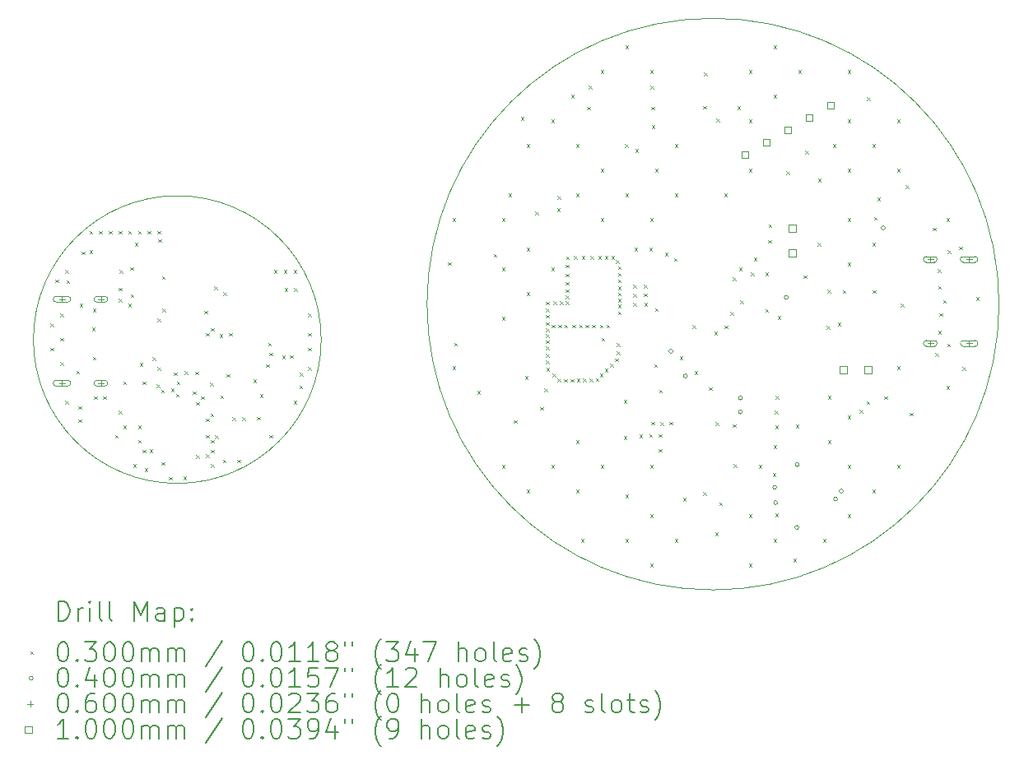
<source format=gbr>
%TF.GenerationSoftware,KiCad,Pcbnew,8.0.6*%
%TF.CreationDate,2025-05-06T14:55:28+02:00*%
%TF.ProjectId,Panelized,50616e65-6c69-47a6-9564-2e6b69636164,rev?*%
%TF.SameCoordinates,Original*%
%TF.FileFunction,Drillmap*%
%TF.FilePolarity,Positive*%
%FSLAX45Y45*%
G04 Gerber Fmt 4.5, Leading zero omitted, Abs format (unit mm)*
G04 Created by KiCad (PCBNEW 8.0.6) date 2025-05-06 14:55:28*
%MOMM*%
%LPD*%
G01*
G04 APERTURE LIST*
%ADD10C,0.050000*%
%ADD11C,0.100000*%
%ADD12C,0.200000*%
G04 APERTURE END LIST*
D10*
X11545750Y-10027250D02*
G75*
G02*
X8585750Y-10027250I-1480000J0D01*
G01*
X8585750Y-10027250D02*
G75*
G02*
X11545750Y-10027250I1480000J0D01*
G01*
D11*
X18517674Y-9662171D02*
G75*
G02*
X12634435Y-9662171I-2941619J0D01*
G01*
X12634435Y-9662171D02*
G75*
G02*
X18517674Y-9662171I2941619J0D01*
G01*
D12*
D11*
X8761000Y-9859500D02*
X8791000Y-9889500D01*
X8791000Y-9859500D02*
X8761000Y-9889500D01*
X8761000Y-10109500D02*
X8791000Y-10139500D01*
X8791000Y-10109500D02*
X8761000Y-10139500D01*
X8811000Y-9409500D02*
X8841000Y-9439500D01*
X8841000Y-9409500D02*
X8811000Y-9439500D01*
X8861000Y-9759500D02*
X8891000Y-9789500D01*
X8891000Y-9759500D02*
X8861000Y-9789500D01*
X8861000Y-10009500D02*
X8891000Y-10039500D01*
X8891000Y-10009500D02*
X8861000Y-10039500D01*
X8861000Y-10259500D02*
X8891000Y-10289500D01*
X8891000Y-10259500D02*
X8861000Y-10289500D01*
X8911000Y-9309500D02*
X8941000Y-9339500D01*
X8941000Y-9309500D02*
X8911000Y-9339500D01*
X8911000Y-10659500D02*
X8941000Y-10689500D01*
X8941000Y-10659500D02*
X8911000Y-10689500D01*
X8926000Y-9418500D02*
X8956000Y-9448500D01*
X8956000Y-9418500D02*
X8926000Y-9448500D01*
X9026000Y-10349500D02*
X9056000Y-10379500D01*
X9056000Y-10349500D02*
X9026000Y-10379500D01*
X9048500Y-10712000D02*
X9078500Y-10742000D01*
X9078500Y-10712000D02*
X9048500Y-10742000D01*
X9050500Y-10849000D02*
X9080500Y-10879000D01*
X9080500Y-10849000D02*
X9050500Y-10879000D01*
X9061000Y-9659500D02*
X9091000Y-9689500D01*
X9091000Y-9659500D02*
X9061000Y-9689500D01*
X9083500Y-9119500D02*
X9113500Y-9149500D01*
X9113500Y-9119500D02*
X9083500Y-9149500D01*
X9161000Y-8909500D02*
X9191000Y-8939500D01*
X9191000Y-8909500D02*
X9161000Y-8939500D01*
X9161000Y-9109500D02*
X9191000Y-9139500D01*
X9191000Y-9109500D02*
X9161000Y-9139500D01*
X9189000Y-9902500D02*
X9219000Y-9932500D01*
X9219000Y-9902500D02*
X9189000Y-9932500D01*
X9195000Y-9710500D02*
X9225000Y-9740500D01*
X9225000Y-9710500D02*
X9195000Y-9740500D01*
X9198000Y-10203500D02*
X9228000Y-10233500D01*
X9228000Y-10203500D02*
X9198000Y-10233500D01*
X9211000Y-10609500D02*
X9241000Y-10639500D01*
X9241000Y-10609500D02*
X9211000Y-10639500D01*
X9261000Y-8909500D02*
X9291000Y-8939500D01*
X9291000Y-8909500D02*
X9261000Y-8939500D01*
X9301000Y-10609500D02*
X9331000Y-10639500D01*
X9331000Y-10609500D02*
X9301000Y-10639500D01*
X9361000Y-8909500D02*
X9391000Y-8939500D01*
X9391000Y-8909500D02*
X9361000Y-8939500D01*
X9423500Y-11009500D02*
X9453500Y-11039500D01*
X9453500Y-11009500D02*
X9423500Y-11039500D01*
X9461000Y-8909500D02*
X9491000Y-8939500D01*
X9491000Y-8909500D02*
X9461000Y-8939500D01*
X9461000Y-9609500D02*
X9491000Y-9639500D01*
X9491000Y-9609500D02*
X9461000Y-9639500D01*
X9461000Y-10759500D02*
X9491000Y-10789500D01*
X9491000Y-10759500D02*
X9461000Y-10789500D01*
X9465000Y-9492500D02*
X9495000Y-9522500D01*
X9495000Y-9492500D02*
X9465000Y-9522500D01*
X9473000Y-9312500D02*
X9503000Y-9342500D01*
X9503000Y-9312500D02*
X9473000Y-9342500D01*
X9511000Y-10459500D02*
X9541000Y-10489500D01*
X9541000Y-10459500D02*
X9511000Y-10489500D01*
X9511000Y-10909500D02*
X9541000Y-10939500D01*
X9541000Y-10909500D02*
X9511000Y-10939500D01*
X9561000Y-8909500D02*
X9591000Y-8939500D01*
X9591000Y-8909500D02*
X9561000Y-8939500D01*
X9561000Y-9659500D02*
X9591000Y-9689500D01*
X9591000Y-9659500D02*
X9561000Y-9689500D01*
X9582000Y-9282500D02*
X9612000Y-9312500D01*
X9612000Y-9282500D02*
X9582000Y-9312500D01*
X9586000Y-9559500D02*
X9616000Y-9589500D01*
X9616000Y-9559500D02*
X9586000Y-9589500D01*
X9611000Y-11309500D02*
X9641000Y-11339500D01*
X9641000Y-11309500D02*
X9611000Y-11339500D01*
X9630000Y-9033500D02*
X9660000Y-9063500D01*
X9660000Y-9033500D02*
X9630000Y-9063500D01*
X9661000Y-8909500D02*
X9691000Y-8939500D01*
X9691000Y-8909500D02*
X9661000Y-8939500D01*
X9661000Y-10909500D02*
X9691000Y-10939500D01*
X9691000Y-10909500D02*
X9661000Y-10939500D01*
X9661000Y-11059500D02*
X9691000Y-11089500D01*
X9691000Y-11059500D02*
X9661000Y-11089500D01*
X9679925Y-10268575D02*
X9709925Y-10298575D01*
X9709925Y-10268575D02*
X9679925Y-10298575D01*
X9711000Y-10459500D02*
X9741000Y-10489500D01*
X9741000Y-10459500D02*
X9711000Y-10489500D01*
X9711000Y-11159500D02*
X9741000Y-11189500D01*
X9741000Y-11159500D02*
X9711000Y-11189500D01*
X9731000Y-11352500D02*
X9761000Y-11382500D01*
X9761000Y-11352500D02*
X9731000Y-11382500D01*
X9761000Y-8909500D02*
X9791000Y-8939500D01*
X9791000Y-8909500D02*
X9761000Y-8939500D01*
X9782000Y-11156500D02*
X9812000Y-11186500D01*
X9812000Y-11156500D02*
X9782000Y-11186500D01*
X9811000Y-10209500D02*
X9841000Y-10239500D01*
X9841000Y-10209500D02*
X9811000Y-10239500D01*
X9851000Y-10487500D02*
X9881000Y-10517500D01*
X9881000Y-10487500D02*
X9851000Y-10517500D01*
X9861000Y-8909500D02*
X9891000Y-8939500D01*
X9891000Y-8909500D02*
X9861000Y-8939500D01*
X9861000Y-9809500D02*
X9891000Y-9839500D01*
X9891000Y-9809500D02*
X9861000Y-9839500D01*
X9861000Y-10309500D02*
X9891000Y-10339500D01*
X9891000Y-10309500D02*
X9861000Y-10339500D01*
X9868500Y-8992000D02*
X9898500Y-9022000D01*
X9898500Y-8992000D02*
X9868500Y-9022000D01*
X9898000Y-10543500D02*
X9928000Y-10573500D01*
X9928000Y-10543500D02*
X9898000Y-10573500D01*
X9902000Y-11286500D02*
X9932000Y-11316500D01*
X9932000Y-11286500D02*
X9902000Y-11316500D01*
X9909000Y-9376500D02*
X9939000Y-9406500D01*
X9939000Y-9376500D02*
X9909000Y-9406500D01*
X9911000Y-9709500D02*
X9941000Y-9739500D01*
X9941000Y-9709500D02*
X9911000Y-9739500D01*
X9980500Y-11440000D02*
X10010500Y-11470000D01*
X10010500Y-11440000D02*
X9980500Y-11470000D01*
X10001000Y-10528500D02*
X10031000Y-10558500D01*
X10031000Y-10528500D02*
X10001000Y-10558500D01*
X10028500Y-10364500D02*
X10058500Y-10394500D01*
X10058500Y-10364500D02*
X10028500Y-10394500D01*
X10051000Y-10586500D02*
X10081000Y-10616500D01*
X10081000Y-10586500D02*
X10051000Y-10616500D01*
X10061000Y-10459500D02*
X10091000Y-10489500D01*
X10091000Y-10459500D02*
X10061000Y-10489500D01*
X10127000Y-11436500D02*
X10157000Y-11466500D01*
X10157000Y-11436500D02*
X10127000Y-11466500D01*
X10138500Y-10354500D02*
X10168500Y-10384500D01*
X10168500Y-10354500D02*
X10138500Y-10384500D01*
X10226000Y-10559500D02*
X10256000Y-10589500D01*
X10256000Y-10559500D02*
X10226000Y-10589500D01*
X10248500Y-10357000D02*
X10278500Y-10387000D01*
X10278500Y-10357000D02*
X10248500Y-10387000D01*
X10257000Y-10671500D02*
X10287000Y-10701500D01*
X10287000Y-10671500D02*
X10257000Y-10701500D01*
X10261000Y-11214500D02*
X10291000Y-11244500D01*
X10291000Y-11214500D02*
X10261000Y-11244500D01*
X10311000Y-10609500D02*
X10341000Y-10639500D01*
X10341000Y-10609500D02*
X10311000Y-10639500D01*
X10343500Y-9732000D02*
X10373500Y-9762000D01*
X10373500Y-9732000D02*
X10343500Y-9762000D01*
X10361000Y-9959500D02*
X10391000Y-9989500D01*
X10391000Y-9959500D02*
X10361000Y-9989500D01*
X10361000Y-10839500D02*
X10391000Y-10869500D01*
X10391000Y-10839500D02*
X10361000Y-10869500D01*
X10361000Y-11009500D02*
X10391000Y-11039500D01*
X10391000Y-11009500D02*
X10361000Y-11039500D01*
X10361000Y-11209500D02*
X10391000Y-11239500D01*
X10391000Y-11209500D02*
X10361000Y-11239500D01*
X10401000Y-10469500D02*
X10431000Y-10499500D01*
X10431000Y-10469500D02*
X10401000Y-10499500D01*
X10407000Y-10789500D02*
X10437000Y-10819500D01*
X10437000Y-10789500D02*
X10407000Y-10819500D01*
X10411000Y-11059500D02*
X10441000Y-11089500D01*
X10441000Y-11059500D02*
X10411000Y-11089500D01*
X10411000Y-11159500D02*
X10441000Y-11189500D01*
X10441000Y-11159500D02*
X10411000Y-11189500D01*
X10411000Y-11309500D02*
X10441000Y-11339500D01*
X10441000Y-11309500D02*
X10411000Y-11339500D01*
X10413500Y-9909500D02*
X10443500Y-9939500D01*
X10443500Y-9909500D02*
X10413500Y-9939500D01*
X10446000Y-9479500D02*
X10476000Y-9509500D01*
X10476000Y-9479500D02*
X10446000Y-9509500D01*
X10456000Y-11011000D02*
X10486000Y-11041000D01*
X10486000Y-11011000D02*
X10456000Y-11041000D01*
X10501000Y-9969500D02*
X10531000Y-9999500D01*
X10531000Y-9969500D02*
X10501000Y-9999500D01*
X10509000Y-10600500D02*
X10539000Y-10630500D01*
X10539000Y-10600500D02*
X10509000Y-10630500D01*
X10534000Y-11262500D02*
X10564000Y-11292500D01*
X10564000Y-11262500D02*
X10534000Y-11292500D01*
X10540000Y-9537500D02*
X10570000Y-9567500D01*
X10570000Y-9537500D02*
X10540000Y-9567500D01*
X10573500Y-10382000D02*
X10603500Y-10412000D01*
X10603500Y-10382000D02*
X10573500Y-10412000D01*
X10596000Y-9957000D02*
X10626000Y-9987000D01*
X10626000Y-9957000D02*
X10596000Y-9987000D01*
X10633500Y-10824500D02*
X10663500Y-10854500D01*
X10663500Y-10824500D02*
X10633500Y-10854500D01*
X10684000Y-11262500D02*
X10714000Y-11292500D01*
X10714000Y-11262500D02*
X10684000Y-11292500D01*
X10733500Y-10824500D02*
X10763500Y-10854500D01*
X10763500Y-10824500D02*
X10733500Y-10854500D01*
X10847000Y-10436500D02*
X10877000Y-10466500D01*
X10877000Y-10436500D02*
X10847000Y-10466500D01*
X10884375Y-10824250D02*
X10914375Y-10854250D01*
X10914375Y-10824250D02*
X10884375Y-10854250D01*
X10913500Y-10589500D02*
X10943500Y-10619500D01*
X10943500Y-10589500D02*
X10913500Y-10619500D01*
X10981000Y-10282000D02*
X11011000Y-10312000D01*
X11011000Y-10282000D02*
X10981000Y-10312000D01*
X11001000Y-10062000D02*
X11031000Y-10092000D01*
X11031000Y-10062000D02*
X11001000Y-10092000D01*
X11011000Y-11009500D02*
X11041000Y-11039500D01*
X11041000Y-11009500D02*
X11011000Y-11039500D01*
X11011600Y-10161605D02*
X11041600Y-10191605D01*
X11041600Y-10161605D02*
X11011600Y-10191605D01*
X11061000Y-9309500D02*
X11091000Y-9339500D01*
X11091000Y-9309500D02*
X11061000Y-9339500D01*
X11143500Y-10189500D02*
X11173500Y-10219500D01*
X11173500Y-10189500D02*
X11143500Y-10219500D01*
X11161000Y-9309500D02*
X11191000Y-9339500D01*
X11191000Y-9309500D02*
X11161000Y-9339500D01*
X11168500Y-9499500D02*
X11198500Y-9529500D01*
X11198500Y-9499500D02*
X11168500Y-9529500D01*
X11223500Y-10188500D02*
X11253500Y-10218500D01*
X11253500Y-10188500D02*
X11223500Y-10218500D01*
X11261000Y-9309500D02*
X11291000Y-9339500D01*
X11291000Y-9309500D02*
X11261000Y-9339500D01*
X11261000Y-10659500D02*
X11291000Y-10689500D01*
X11291000Y-10659500D02*
X11261000Y-10689500D01*
X11268500Y-9497000D02*
X11298500Y-9527000D01*
X11298500Y-9497000D02*
X11268500Y-9527000D01*
X11322000Y-10500500D02*
X11352000Y-10530500D01*
X11352000Y-10500500D02*
X11322000Y-10530500D01*
X11325000Y-10367500D02*
X11355000Y-10397500D01*
X11355000Y-10367500D02*
X11325000Y-10397500D01*
X11411000Y-9759500D02*
X11441000Y-9789500D01*
X11441000Y-9759500D02*
X11411000Y-9789500D01*
X11411000Y-9959500D02*
X11441000Y-9989500D01*
X11441000Y-9959500D02*
X11411000Y-9989500D01*
X11411000Y-10109500D02*
X11441000Y-10139500D01*
X11441000Y-10109500D02*
X11411000Y-10139500D01*
X11411000Y-10309500D02*
X11441000Y-10339500D01*
X11441000Y-10309500D02*
X11411000Y-10339500D01*
X12848555Y-9231790D02*
X12878555Y-9261790D01*
X12878555Y-9231790D02*
X12848555Y-9261790D01*
X12895055Y-8778790D02*
X12925055Y-8808790D01*
X12925055Y-8778790D02*
X12895055Y-8808790D01*
X12895055Y-10302790D02*
X12925055Y-10332790D01*
X12925055Y-10302790D02*
X12895055Y-10332790D01*
X12911555Y-10061790D02*
X12941555Y-10091790D01*
X12941555Y-10061790D02*
X12911555Y-10091790D01*
X13149055Y-10556790D02*
X13179055Y-10586790D01*
X13179055Y-10556790D02*
X13149055Y-10586790D01*
X13321055Y-9144290D02*
X13351055Y-9174290D01*
X13351055Y-9144290D02*
X13321055Y-9174290D01*
X13403055Y-8778790D02*
X13433055Y-8808790D01*
X13433055Y-8778790D02*
X13403055Y-8808790D01*
X13403055Y-9286790D02*
X13433055Y-9316790D01*
X13433055Y-9286790D02*
X13403055Y-9316790D01*
X13403055Y-9794790D02*
X13433055Y-9824790D01*
X13433055Y-9794790D02*
X13403055Y-9824790D01*
X13403055Y-11318790D02*
X13433055Y-11348790D01*
X13433055Y-11318790D02*
X13403055Y-11348790D01*
X13471248Y-8522301D02*
X13501248Y-8552301D01*
X13501248Y-8522301D02*
X13471248Y-8552301D01*
X13526729Y-10855762D02*
X13556729Y-10885762D01*
X13556729Y-10855762D02*
X13526729Y-10885762D01*
X13601055Y-7734290D02*
X13631055Y-7764290D01*
X13631055Y-7734290D02*
X13601055Y-7764290D01*
X13643055Y-10403790D02*
X13673055Y-10433790D01*
X13673055Y-10403790D02*
X13643055Y-10433790D01*
X13657055Y-8016790D02*
X13687055Y-8046790D01*
X13687055Y-8016790D02*
X13657055Y-8046790D01*
X13657055Y-9083590D02*
X13687055Y-9113590D01*
X13687055Y-9083590D02*
X13657055Y-9113590D01*
X13657055Y-9540790D02*
X13687055Y-9570790D01*
X13687055Y-9540790D02*
X13657055Y-9570790D01*
X13657055Y-11572790D02*
X13687055Y-11602790D01*
X13687055Y-11572790D02*
X13657055Y-11602790D01*
X13746433Y-8708581D02*
X13776433Y-8738581D01*
X13776433Y-8708581D02*
X13746433Y-8738581D01*
X13799055Y-10719790D02*
X13829055Y-10749790D01*
X13829055Y-10719790D02*
X13799055Y-10749790D01*
X13841059Y-10532057D02*
X13871059Y-10562057D01*
X13871059Y-10532057D02*
X13841059Y-10562057D01*
X13855716Y-9637790D02*
X13885716Y-9667790D01*
X13885716Y-9637790D02*
X13855716Y-9667790D01*
X13855716Y-9710790D02*
X13885716Y-9740790D01*
X13885716Y-9710790D02*
X13855716Y-9740790D01*
X13855716Y-9773290D02*
X13885716Y-9803290D01*
X13885716Y-9773290D02*
X13855716Y-9803290D01*
X13855716Y-9848848D02*
X13885716Y-9878848D01*
X13885716Y-9848848D02*
X13855716Y-9878848D01*
X13855716Y-9911349D02*
X13885716Y-9941349D01*
X13885716Y-9911349D02*
X13855716Y-9941349D01*
X13855716Y-9970790D02*
X13885716Y-10000790D01*
X13885716Y-9970790D02*
X13855716Y-10000790D01*
X13855716Y-10033452D02*
X13885716Y-10063452D01*
X13885716Y-10033452D02*
X13855716Y-10063452D01*
X13855716Y-10098790D02*
X13885716Y-10128790D01*
X13885716Y-10098790D02*
X13855716Y-10128790D01*
X13855716Y-10175790D02*
X13885716Y-10205790D01*
X13885716Y-10175790D02*
X13855716Y-10205790D01*
X13855716Y-10244452D02*
X13885716Y-10274452D01*
X13885716Y-10244452D02*
X13855716Y-10274452D01*
X13863055Y-10316790D02*
X13893055Y-10346790D01*
X13893055Y-10316790D02*
X13863055Y-10346790D01*
X13911055Y-7762790D02*
X13941055Y-7792790D01*
X13941055Y-7762790D02*
X13911055Y-7792790D01*
X13911055Y-9286790D02*
X13941055Y-9316790D01*
X13941055Y-9286790D02*
X13911055Y-9316790D01*
X13911055Y-11318790D02*
X13941055Y-11348790D01*
X13941055Y-11318790D02*
X13911055Y-11348790D01*
X13916055Y-9874290D02*
X13946055Y-9904290D01*
X13946055Y-9874290D02*
X13916055Y-9904290D01*
X13923055Y-10376790D02*
X13953055Y-10406790D01*
X13953055Y-10376790D02*
X13923055Y-10406790D01*
X13933055Y-9633790D02*
X13963055Y-9663790D01*
X13963055Y-9633790D02*
X13933055Y-9663790D01*
X13972097Y-8676859D02*
X14002097Y-8706859D01*
X14002097Y-8676859D02*
X13972097Y-8706859D01*
X13973857Y-8549077D02*
X14003857Y-8579077D01*
X14003857Y-8549077D02*
X13973857Y-8579077D01*
X13976055Y-10429790D02*
X14006055Y-10459790D01*
X14006055Y-10429790D02*
X13976055Y-10459790D01*
X13985554Y-9874290D02*
X14015554Y-9904290D01*
X14015554Y-9874290D02*
X13985554Y-9904290D01*
X14003055Y-9633790D02*
X14033055Y-9663790D01*
X14033055Y-9633790D02*
X14003055Y-9663790D01*
X14045055Y-10431790D02*
X14075055Y-10461790D01*
X14075055Y-10431790D02*
X14045055Y-10461790D01*
X14048055Y-9874290D02*
X14078055Y-9904290D01*
X14078055Y-9874290D02*
X14048055Y-9904290D01*
X14061055Y-9633790D02*
X14091055Y-9663790D01*
X14091055Y-9633790D02*
X14061055Y-9663790D01*
X14062055Y-9257790D02*
X14092055Y-9287790D01*
X14092055Y-9257790D02*
X14062055Y-9287790D01*
X14062055Y-9350790D02*
X14092055Y-9380790D01*
X14092055Y-9350790D02*
X14062055Y-9380790D01*
X14062055Y-9435790D02*
X14092055Y-9465790D01*
X14092055Y-9435790D02*
X14062055Y-9465790D01*
X14062055Y-9509790D02*
X14092055Y-9539790D01*
X14092055Y-9509790D02*
X14062055Y-9539790D01*
X14062055Y-9575790D02*
X14092055Y-9605790D01*
X14092055Y-9575790D02*
X14062055Y-9605790D01*
X14065555Y-9170290D02*
X14095555Y-9200290D01*
X14095555Y-9170290D02*
X14065555Y-9200290D01*
X14113055Y-10431790D02*
X14143055Y-10461790D01*
X14143055Y-10431790D02*
X14113055Y-10461790D01*
X14114255Y-7508790D02*
X14144255Y-7538790D01*
X14144255Y-7508790D02*
X14114255Y-7538790D01*
X14126055Y-9874290D02*
X14156055Y-9904290D01*
X14156055Y-9874290D02*
X14126055Y-9904290D01*
X14145055Y-9168790D02*
X14175055Y-9198790D01*
X14175055Y-9168790D02*
X14145055Y-9198790D01*
X14165055Y-8016790D02*
X14195055Y-8046790D01*
X14195055Y-8016790D02*
X14165055Y-8046790D01*
X14165055Y-8524790D02*
X14195055Y-8554790D01*
X14195055Y-8524790D02*
X14165055Y-8554790D01*
X14165055Y-11064790D02*
X14195055Y-11094790D01*
X14195055Y-11064790D02*
X14165055Y-11094790D01*
X14165055Y-11572790D02*
X14195055Y-11602790D01*
X14195055Y-11572790D02*
X14165055Y-11602790D01*
X14174055Y-10430790D02*
X14204055Y-10460790D01*
X14204055Y-10430790D02*
X14174055Y-10460790D01*
X14200055Y-9874290D02*
X14230055Y-9904290D01*
X14230055Y-9874290D02*
X14200055Y-9904290D01*
X14215855Y-12080790D02*
X14245855Y-12110790D01*
X14245855Y-12080790D02*
X14215855Y-12110790D01*
X14224055Y-9168790D02*
X14254055Y-9198790D01*
X14254055Y-9168790D02*
X14224055Y-9198790D01*
X14239055Y-10428790D02*
X14269055Y-10458790D01*
X14269055Y-10428790D02*
X14239055Y-10458790D01*
X14266055Y-9874290D02*
X14296055Y-9904290D01*
X14296055Y-9874290D02*
X14266055Y-9904290D01*
X14281055Y-7628790D02*
X14311055Y-7658790D01*
X14311055Y-7628790D02*
X14281055Y-7658790D01*
X14298055Y-7412790D02*
X14328055Y-7442790D01*
X14328055Y-7412790D02*
X14298055Y-7442790D01*
X14304055Y-10429790D02*
X14334055Y-10459790D01*
X14334055Y-10429790D02*
X14304055Y-10459790D01*
X14314055Y-9168790D02*
X14344055Y-9198790D01*
X14344055Y-9168790D02*
X14314055Y-9198790D01*
X14333055Y-9874290D02*
X14363055Y-9904290D01*
X14363055Y-9874290D02*
X14333055Y-9904290D01*
X14368055Y-10425790D02*
X14398055Y-10455790D01*
X14398055Y-10425790D02*
X14368055Y-10455790D01*
X14396055Y-9168790D02*
X14426055Y-9198790D01*
X14426055Y-9168790D02*
X14396055Y-9198790D01*
X14411055Y-9874290D02*
X14441055Y-9904290D01*
X14441055Y-9874290D02*
X14411055Y-9904290D01*
X14413055Y-10376790D02*
X14443055Y-10406790D01*
X14443055Y-10376790D02*
X14413055Y-10406790D01*
X14419055Y-7254790D02*
X14449055Y-7284790D01*
X14449055Y-7254790D02*
X14419055Y-7284790D01*
X14419055Y-8270790D02*
X14449055Y-8300790D01*
X14449055Y-8270790D02*
X14419055Y-8300790D01*
X14419055Y-8778790D02*
X14449055Y-8808790D01*
X14449055Y-8778790D02*
X14419055Y-8808790D01*
X14419055Y-11318790D02*
X14449055Y-11348790D01*
X14449055Y-11318790D02*
X14419055Y-11348790D01*
X14427055Y-10007790D02*
X14457055Y-10037790D01*
X14457055Y-10007790D02*
X14427055Y-10037790D01*
X14463055Y-9168790D02*
X14493055Y-9198790D01*
X14493055Y-9168790D02*
X14463055Y-9198790D01*
X14464555Y-10325290D02*
X14494555Y-10355290D01*
X14494555Y-10325290D02*
X14464555Y-10355290D01*
X14479555Y-9874290D02*
X14509555Y-9904290D01*
X14509555Y-9874290D02*
X14479555Y-9904290D01*
X14515555Y-10274290D02*
X14545555Y-10304290D01*
X14545555Y-10274290D02*
X14515555Y-10304290D01*
X14529055Y-9168790D02*
X14559055Y-9198790D01*
X14559055Y-9168790D02*
X14529055Y-9198790D01*
X14568555Y-10221290D02*
X14598555Y-10251290D01*
X14598555Y-10221290D02*
X14568555Y-10251290D01*
X14575555Y-9208290D02*
X14605555Y-9238290D01*
X14605555Y-9208290D02*
X14575555Y-9238290D01*
X14587249Y-10065596D02*
X14617249Y-10095596D01*
X14617249Y-10065596D02*
X14587249Y-10095596D01*
X14587249Y-10150596D02*
X14617249Y-10180596D01*
X14617249Y-10150596D02*
X14587249Y-10180596D01*
X14597055Y-9271790D02*
X14627055Y-9301790D01*
X14627055Y-9271790D02*
X14597055Y-9301790D01*
X14597055Y-9340790D02*
X14627055Y-9370790D01*
X14627055Y-9340790D02*
X14597055Y-9370790D01*
X14597055Y-9407790D02*
X14627055Y-9437790D01*
X14627055Y-9407790D02*
X14597055Y-9437790D01*
X14597055Y-9737790D02*
X14627055Y-9767790D01*
X14627055Y-9737790D02*
X14597055Y-9767790D01*
X14598055Y-9542790D02*
X14628055Y-9572790D01*
X14628055Y-9542790D02*
X14598055Y-9572790D01*
X14598055Y-9668790D02*
X14628055Y-9698790D01*
X14628055Y-9668790D02*
X14598055Y-9698790D01*
X14599055Y-9481790D02*
X14629055Y-9511790D01*
X14629055Y-9481790D02*
X14599055Y-9511790D01*
X14600055Y-9607790D02*
X14630055Y-9637790D01*
X14630055Y-9607790D02*
X14600055Y-9637790D01*
X14659055Y-10650790D02*
X14689055Y-10680790D01*
X14689055Y-10650790D02*
X14659055Y-10680790D01*
X14659055Y-11022790D02*
X14689055Y-11052790D01*
X14689055Y-11022790D02*
X14659055Y-11052790D01*
X14672055Y-8017790D02*
X14702055Y-8047790D01*
X14702055Y-8017790D02*
X14672055Y-8047790D01*
X14673055Y-7000790D02*
X14703055Y-7030790D01*
X14703055Y-7000790D02*
X14673055Y-7030790D01*
X14673055Y-8524790D02*
X14703055Y-8554790D01*
X14703055Y-8524790D02*
X14673055Y-8554790D01*
X14673055Y-11623590D02*
X14703055Y-11653590D01*
X14703055Y-11623590D02*
X14673055Y-11653590D01*
X14673055Y-12080790D02*
X14703055Y-12110790D01*
X14703055Y-12080790D02*
X14673055Y-12110790D01*
X14755055Y-9463790D02*
X14785055Y-9493790D01*
X14785055Y-9463790D02*
X14755055Y-9493790D01*
X14756055Y-9554790D02*
X14786055Y-9584790D01*
X14786055Y-9554790D02*
X14756055Y-9584790D01*
X14756055Y-9647790D02*
X14786055Y-9677790D01*
X14786055Y-9647790D02*
X14756055Y-9677790D01*
X14767055Y-9082790D02*
X14797055Y-9112790D01*
X14797055Y-9082790D02*
X14767055Y-9112790D01*
X14774655Y-8067590D02*
X14804655Y-8097590D01*
X14804655Y-8067590D02*
X14774655Y-8097590D01*
X14819055Y-11003790D02*
X14849055Y-11033790D01*
X14849055Y-11003790D02*
X14819055Y-11033790D01*
X14863055Y-9463790D02*
X14893055Y-9493790D01*
X14893055Y-9463790D02*
X14863055Y-9493790D01*
X14865055Y-9551790D02*
X14895055Y-9581790D01*
X14895055Y-9551790D02*
X14865055Y-9581790D01*
X14870055Y-9647790D02*
X14900055Y-9677790D01*
X14900055Y-9647790D02*
X14870055Y-9677790D01*
X14920055Y-9081790D02*
X14950055Y-9111790D01*
X14950055Y-9081790D02*
X14920055Y-9111790D01*
X14921055Y-11001790D02*
X14951055Y-11031790D01*
X14951055Y-11001790D02*
X14921055Y-11031790D01*
X14927055Y-7254790D02*
X14957055Y-7284790D01*
X14957055Y-7254790D02*
X14927055Y-7284790D01*
X14927055Y-8778790D02*
X14957055Y-8808790D01*
X14957055Y-8778790D02*
X14927055Y-8808790D01*
X14927055Y-11318790D02*
X14957055Y-11348790D01*
X14957055Y-11318790D02*
X14927055Y-11348790D01*
X14927055Y-11826790D02*
X14957055Y-11856790D01*
X14957055Y-11826790D02*
X14927055Y-11856790D01*
X14927055Y-12334790D02*
X14957055Y-12364790D01*
X14957055Y-12334790D02*
X14927055Y-12364790D01*
X14934055Y-7415790D02*
X14964055Y-7445790D01*
X14964055Y-7415790D02*
X14934055Y-7445790D01*
X14940055Y-7630790D02*
X14970055Y-7660790D01*
X14970055Y-7630790D02*
X14940055Y-7660790D01*
X14940055Y-10874790D02*
X14970055Y-10904790D01*
X14970055Y-10874790D02*
X14940055Y-10904790D01*
X14947055Y-7818790D02*
X14977055Y-7848790D01*
X14977055Y-7818790D02*
X14947055Y-7848790D01*
X14969055Y-10281790D02*
X14999055Y-10311790D01*
X14999055Y-10281790D02*
X14969055Y-10311790D01*
X14977855Y-8270790D02*
X15007855Y-8300790D01*
X15007855Y-8270790D02*
X14977855Y-8300790D01*
X14978055Y-9704790D02*
X15008055Y-9734790D01*
X15008055Y-9704790D02*
X14978055Y-9734790D01*
X15019054Y-11150790D02*
X15049054Y-11180790D01*
X15049054Y-11150790D02*
X15019054Y-11180790D01*
X15019055Y-11000790D02*
X15049055Y-11030790D01*
X15049055Y-11000790D02*
X15019055Y-11030790D01*
X15021055Y-10544790D02*
X15051055Y-10574790D01*
X15051055Y-10544790D02*
X15021055Y-10574790D01*
X15034055Y-10875790D02*
X15064055Y-10905790D01*
X15064055Y-10875790D02*
X15034055Y-10905790D01*
X15079455Y-9134390D02*
X15109455Y-9164390D01*
X15109455Y-9134390D02*
X15079455Y-9164390D01*
X15129055Y-10874790D02*
X15159055Y-10904790D01*
X15159055Y-10874790D02*
X15129055Y-10904790D01*
X15172055Y-9188790D02*
X15202055Y-9218790D01*
X15202055Y-9188790D02*
X15172055Y-9218790D01*
X15181055Y-8016790D02*
X15211055Y-8046790D01*
X15211055Y-8016790D02*
X15181055Y-8046790D01*
X15181055Y-8524790D02*
X15211055Y-8554790D01*
X15211055Y-8524790D02*
X15181055Y-8554790D01*
X15181055Y-12080790D02*
X15211055Y-12110790D01*
X15211055Y-12080790D02*
X15181055Y-12110790D01*
X15231855Y-10201190D02*
X15261855Y-10231190D01*
X15261855Y-10201190D02*
X15231855Y-10231190D01*
X15268389Y-11654960D02*
X15298389Y-11684960D01*
X15298389Y-11654960D02*
X15268389Y-11684960D01*
X15363555Y-9879290D02*
X15393555Y-9909290D01*
X15393555Y-9879290D02*
X15363555Y-9909290D01*
X15384255Y-10353590D02*
X15414255Y-10383590D01*
X15414255Y-10353590D02*
X15384255Y-10383590D01*
X15474055Y-11598790D02*
X15504055Y-11628790D01*
X15504055Y-11598790D02*
X15474055Y-11628790D01*
X15475298Y-7623033D02*
X15505298Y-7653033D01*
X15505298Y-7623033D02*
X15475298Y-7653033D01*
X15484055Y-7280790D02*
X15514055Y-7310790D01*
X15514055Y-7280790D02*
X15484055Y-7310790D01*
X15533555Y-10516290D02*
X15563555Y-10546290D01*
X15563555Y-10516290D02*
X15533555Y-10546290D01*
X15587455Y-9947190D02*
X15617455Y-9977190D01*
X15617455Y-9947190D02*
X15587455Y-9977190D01*
X15596889Y-12012460D02*
X15626889Y-12042460D01*
X15626889Y-12012460D02*
X15596889Y-12042460D01*
X15601055Y-10877790D02*
X15631055Y-10907790D01*
X15631055Y-10877790D02*
X15601055Y-10907790D01*
X15612055Y-7754790D02*
X15642055Y-7784790D01*
X15642055Y-7754790D02*
X15612055Y-7784790D01*
X15638080Y-11704650D02*
X15668080Y-11734650D01*
X15668080Y-11704650D02*
X15638080Y-11734650D01*
X15689055Y-8524790D02*
X15719055Y-8554790D01*
X15719055Y-8524790D02*
X15689055Y-8554790D01*
X15695055Y-9881790D02*
X15725055Y-9911790D01*
X15725055Y-9881790D02*
X15695055Y-9911790D01*
X15756055Y-9742790D02*
X15786055Y-9772790D01*
X15786055Y-9742790D02*
X15756055Y-9772790D01*
X15778055Y-10896790D02*
X15808055Y-10926790D01*
X15808055Y-10896790D02*
X15778055Y-10926790D01*
X15780055Y-9386790D02*
X15810055Y-9416790D01*
X15810055Y-9386790D02*
X15780055Y-9416790D01*
X15786555Y-11310790D02*
X15816555Y-11340790D01*
X15816555Y-11310790D02*
X15786555Y-11340790D01*
X15825055Y-7627790D02*
X15855055Y-7657790D01*
X15855055Y-7627790D02*
X15825055Y-7657790D01*
X15841455Y-9286790D02*
X15871455Y-9316790D01*
X15871455Y-9286790D02*
X15841455Y-9316790D01*
X15857055Y-9622790D02*
X15887055Y-9652790D01*
X15887055Y-9622790D02*
X15857055Y-9652790D01*
X15943055Y-7254790D02*
X15973055Y-7284790D01*
X15973055Y-7254790D02*
X15943055Y-7284790D01*
X15943055Y-7762790D02*
X15973055Y-7792790D01*
X15973055Y-7762790D02*
X15943055Y-7792790D01*
X15943055Y-8270790D02*
X15973055Y-8300790D01*
X15973055Y-8270790D02*
X15943055Y-8300790D01*
X15943055Y-11826790D02*
X15973055Y-11856790D01*
X15973055Y-11826790D02*
X15943055Y-11856790D01*
X15943055Y-12334790D02*
X15973055Y-12364790D01*
X15973055Y-12334790D02*
X15943055Y-12364790D01*
X15964055Y-9338790D02*
X15994055Y-9368790D01*
X15994055Y-9338790D02*
X15964055Y-9368790D01*
X15993855Y-9185190D02*
X16023855Y-9215190D01*
X16023855Y-9185190D02*
X15993855Y-9215190D01*
X16044655Y-11318790D02*
X16074655Y-11348790D01*
X16074655Y-11318790D02*
X16044655Y-11348790D01*
X16112055Y-9711790D02*
X16142055Y-9741790D01*
X16142055Y-9711790D02*
X16112055Y-9741790D01*
X16113055Y-9338790D02*
X16143055Y-9368790D01*
X16143055Y-9338790D02*
X16113055Y-9368790D01*
X16141805Y-9000790D02*
X16171805Y-9030790D01*
X16171805Y-9000790D02*
X16141805Y-9030790D01*
X16148055Y-8840790D02*
X16178055Y-8870790D01*
X16178055Y-8840790D02*
X16148055Y-8870790D01*
X16188555Y-11404290D02*
X16218555Y-11434290D01*
X16218555Y-11404290D02*
X16188555Y-11434290D01*
X16197055Y-7000790D02*
X16227055Y-7030790D01*
X16227055Y-7000790D02*
X16197055Y-7030790D01*
X16197055Y-7508790D02*
X16227055Y-7538790D01*
X16227055Y-7508790D02*
X16197055Y-7538790D01*
X16197055Y-11115590D02*
X16227055Y-11145590D01*
X16227055Y-11115590D02*
X16197055Y-11145590D01*
X16197055Y-12080790D02*
X16227055Y-12110790D01*
X16227055Y-12080790D02*
X16197055Y-12110790D01*
X16211055Y-10758790D02*
X16241055Y-10788790D01*
X16241055Y-10758790D02*
X16211055Y-10788790D01*
X16216055Y-10909790D02*
X16246055Y-10939790D01*
X16246055Y-10909790D02*
X16216055Y-10939790D01*
X16216055Y-11819290D02*
X16246055Y-11849290D01*
X16246055Y-11819290D02*
X16216055Y-11849290D01*
X16218055Y-10607790D02*
X16248055Y-10637790D01*
X16248055Y-10607790D02*
X16218055Y-10637790D01*
X16241055Y-9785790D02*
X16271055Y-9815790D01*
X16271055Y-9785790D02*
X16241055Y-9815790D01*
X16328555Y-8294290D02*
X16358555Y-8324290D01*
X16358555Y-8294290D02*
X16328555Y-8324290D01*
X16400255Y-12283990D02*
X16430255Y-12313990D01*
X16430255Y-12283990D02*
X16400255Y-12313990D01*
X16427055Y-10904790D02*
X16457055Y-10934790D01*
X16457055Y-10904790D02*
X16427055Y-10934790D01*
X16451055Y-7254790D02*
X16481055Y-7284790D01*
X16481055Y-7254790D02*
X16451055Y-7284790D01*
X16506055Y-9367790D02*
X16536055Y-9397790D01*
X16536055Y-9367790D02*
X16506055Y-9397790D01*
X16523555Y-8081790D02*
X16553555Y-8111790D01*
X16553555Y-8081790D02*
X16523555Y-8111790D01*
X16652055Y-9032790D02*
X16682055Y-9062790D01*
X16682055Y-9032790D02*
X16652055Y-9062790D01*
X16654255Y-8372390D02*
X16684255Y-8402390D01*
X16684255Y-8372390D02*
X16654255Y-8402390D01*
X16705055Y-12080790D02*
X16735055Y-12110790D01*
X16735055Y-12080790D02*
X16705055Y-12110790D01*
X16744804Y-9885790D02*
X16774804Y-9915790D01*
X16774804Y-9885790D02*
X16744804Y-9915790D01*
X16755055Y-9514290D02*
X16785055Y-9544290D01*
X16785055Y-9514290D02*
X16755055Y-9544290D01*
X16755855Y-10607590D02*
X16785855Y-10637590D01*
X16785855Y-10607590D02*
X16755855Y-10637590D01*
X16755855Y-11064790D02*
X16785855Y-11094790D01*
X16785855Y-11064790D02*
X16755855Y-11094790D01*
X16806655Y-8016790D02*
X16836655Y-8046790D01*
X16836655Y-8016790D02*
X16806655Y-8046790D01*
X16858055Y-9853539D02*
X16888055Y-9883539D01*
X16888055Y-9853539D02*
X16858055Y-9883539D01*
X16909055Y-9519790D02*
X16939055Y-9549790D01*
X16939055Y-9519790D02*
X16909055Y-9549790D01*
X16959055Y-7254790D02*
X16989055Y-7284790D01*
X16989055Y-7254790D02*
X16959055Y-7284790D01*
X16959055Y-7762790D02*
X16989055Y-7792790D01*
X16989055Y-7762790D02*
X16959055Y-7792790D01*
X16959055Y-8270790D02*
X16989055Y-8300790D01*
X16989055Y-8270790D02*
X16959055Y-8300790D01*
X16959055Y-8778790D02*
X16989055Y-8808790D01*
X16989055Y-8778790D02*
X16959055Y-8808790D01*
X16959055Y-9235990D02*
X16989055Y-9265990D01*
X16989055Y-9235990D02*
X16959055Y-9265990D01*
X16959055Y-10810790D02*
X16989055Y-10840790D01*
X16989055Y-10810790D02*
X16959055Y-10840790D01*
X16959055Y-11318790D02*
X16989055Y-11348790D01*
X16989055Y-11318790D02*
X16959055Y-11348790D01*
X16959055Y-11826790D02*
X16989055Y-11856790D01*
X16989055Y-11826790D02*
X16959055Y-11856790D01*
X17083085Y-10748206D02*
X17113085Y-10778206D01*
X17113085Y-10748206D02*
X17083085Y-10778206D01*
X17153515Y-10659969D02*
X17183515Y-10689969D01*
X17183515Y-10659969D02*
X17153515Y-10689969D01*
X17161055Y-7534290D02*
X17191055Y-7564290D01*
X17191055Y-7534290D02*
X17161055Y-7564290D01*
X17213055Y-8016790D02*
X17243055Y-8046790D01*
X17243055Y-8016790D02*
X17213055Y-8046790D01*
X17213055Y-9032790D02*
X17243055Y-9062790D01*
X17243055Y-9032790D02*
X17213055Y-9062790D01*
X17213055Y-11572790D02*
X17243055Y-11602790D01*
X17243055Y-11572790D02*
X17213055Y-11602790D01*
X17217055Y-9519790D02*
X17247055Y-9549790D01*
X17247055Y-9519790D02*
X17217055Y-9549790D01*
X17230366Y-8766399D02*
X17260366Y-8796399D01*
X17260366Y-8766399D02*
X17230366Y-8796399D01*
X17264209Y-8567817D02*
X17294209Y-8597817D01*
X17294209Y-8567817D02*
X17264209Y-8597817D01*
X17337855Y-10608933D02*
X17367855Y-10638933D01*
X17367855Y-10608933D02*
X17337855Y-10638933D01*
X17467055Y-7762790D02*
X17497055Y-7792790D01*
X17497055Y-7762790D02*
X17467055Y-7792790D01*
X17467055Y-8270790D02*
X17497055Y-8300790D01*
X17497055Y-8270790D02*
X17467055Y-8300790D01*
X17467055Y-10302790D02*
X17497055Y-10332790D01*
X17497055Y-10302790D02*
X17467055Y-10332790D01*
X17467055Y-11318790D02*
X17497055Y-11348790D01*
X17497055Y-11318790D02*
X17467055Y-11348790D01*
X17506055Y-9656790D02*
X17536055Y-9686790D01*
X17536055Y-9656790D02*
X17506055Y-9686790D01*
X17555512Y-8436752D02*
X17585512Y-8466752D01*
X17585512Y-8436752D02*
X17555512Y-8466752D01*
X17600055Y-10778790D02*
X17630055Y-10808790D01*
X17630055Y-10778790D02*
X17600055Y-10808790D01*
X17838055Y-8874790D02*
X17868055Y-8904790D01*
X17868055Y-8874790D02*
X17838055Y-8904790D01*
X17863555Y-10164290D02*
X17893555Y-10194290D01*
X17893555Y-10164290D02*
X17863555Y-10194290D01*
X17889055Y-9302790D02*
X17919055Y-9332790D01*
X17919055Y-9302790D02*
X17889055Y-9332790D01*
X17890055Y-9936790D02*
X17920055Y-9966790D01*
X17920055Y-9936790D02*
X17890055Y-9966790D01*
X17892055Y-9477790D02*
X17922055Y-9507790D01*
X17922055Y-9477790D02*
X17892055Y-9507790D01*
X17903055Y-9753790D02*
X17933055Y-9783790D01*
X17933055Y-9753790D02*
X17903055Y-9783790D01*
X17943555Y-9619290D02*
X17973555Y-9649290D01*
X17973555Y-9619290D02*
X17943555Y-9649290D01*
X17975055Y-8778790D02*
X18005055Y-8808790D01*
X18005055Y-8778790D02*
X17975055Y-8808790D01*
X17975055Y-10505990D02*
X18005055Y-10535990D01*
X18005055Y-10505990D02*
X17975055Y-10535990D01*
X17986055Y-10068790D02*
X18016055Y-10098790D01*
X18016055Y-10068790D02*
X17986055Y-10098790D01*
X17991055Y-9109790D02*
X18021055Y-9139790D01*
X18021055Y-9109790D02*
X17991055Y-9139790D01*
X18106055Y-9069290D02*
X18136055Y-9099290D01*
X18136055Y-9069290D02*
X18106055Y-9099290D01*
X18142554Y-10310291D02*
X18172554Y-10340291D01*
X18172554Y-10310291D02*
X18142554Y-10340291D01*
X18279855Y-9591590D02*
X18309855Y-9621590D01*
X18309855Y-9591590D02*
X18279855Y-9621590D01*
X15163055Y-10147790D02*
G75*
G02*
X15123055Y-10147790I-20000J0D01*
G01*
X15123055Y-10147790D02*
G75*
G02*
X15163055Y-10147790I20000J0D01*
G01*
X15312055Y-10401790D02*
G75*
G02*
X15272055Y-10401790I-20000J0D01*
G01*
X15272055Y-10401790D02*
G75*
G02*
X15312055Y-10401790I20000J0D01*
G01*
X15876055Y-10772790D02*
G75*
G02*
X15836055Y-10772790I-20000J0D01*
G01*
X15836055Y-10772790D02*
G75*
G02*
X15876055Y-10772790I20000J0D01*
G01*
X15877055Y-10627790D02*
G75*
G02*
X15837055Y-10627790I-20000J0D01*
G01*
X15837055Y-10627790D02*
G75*
G02*
X15877055Y-10627790I20000J0D01*
G01*
X16229555Y-11547290D02*
G75*
G02*
X16189555Y-11547290I-20000J0D01*
G01*
X16189555Y-11547290D02*
G75*
G02*
X16229555Y-11547290I20000J0D01*
G01*
X16240055Y-11705790D02*
G75*
G02*
X16200055Y-11705790I-20000J0D01*
G01*
X16200055Y-11705790D02*
G75*
G02*
X16240055Y-11705790I20000J0D01*
G01*
X16349055Y-9594290D02*
G75*
G02*
X16309055Y-9594290I-20000J0D01*
G01*
X16309055Y-9594290D02*
G75*
G02*
X16349055Y-9594290I20000J0D01*
G01*
X16458055Y-11960790D02*
G75*
G02*
X16418055Y-11960790I-20000J0D01*
G01*
X16418055Y-11960790D02*
G75*
G02*
X16458055Y-11960790I20000J0D01*
G01*
X16461055Y-11313790D02*
G75*
G02*
X16421055Y-11313790I-20000J0D01*
G01*
X16421055Y-11313790D02*
G75*
G02*
X16461055Y-11313790I20000J0D01*
G01*
X16856621Y-11669321D02*
G75*
G02*
X16816621Y-11669321I-20000J0D01*
G01*
X16816621Y-11669321D02*
G75*
G02*
X16856621Y-11669321I20000J0D01*
G01*
X16914451Y-11587739D02*
G75*
G02*
X16874451Y-11587739I-20000J0D01*
G01*
X16874451Y-11587739D02*
G75*
G02*
X16914451Y-11587739I20000J0D01*
G01*
X17345719Y-8877105D02*
G75*
G02*
X17305719Y-8877105I-20000J0D01*
G01*
X17305719Y-8877105D02*
G75*
G02*
X17345719Y-8877105I20000J0D01*
G01*
X8879750Y-9581575D02*
X8879750Y-9641575D01*
X8849750Y-9611575D02*
X8909750Y-9611575D01*
X8939750Y-9581575D02*
X8819750Y-9581575D01*
X8819750Y-9641575D02*
G75*
G02*
X8819750Y-9581575I0J30000D01*
G01*
X8819750Y-9641575D02*
X8939750Y-9641575D01*
X8939750Y-9641575D02*
G75*
G03*
X8939750Y-9581575I0J30000D01*
G01*
X8879750Y-10445575D02*
X8879750Y-10505575D01*
X8849750Y-10475575D02*
X8909750Y-10475575D01*
X8939750Y-10445575D02*
X8819750Y-10445575D01*
X8819750Y-10505575D02*
G75*
G02*
X8819750Y-10445575I0J30000D01*
G01*
X8819750Y-10505575D02*
X8939750Y-10505575D01*
X8939750Y-10505575D02*
G75*
G03*
X8939750Y-10445575I0J30000D01*
G01*
X9279750Y-9581575D02*
X9279750Y-9641575D01*
X9249750Y-9611575D02*
X9309750Y-9611575D01*
X9319750Y-9581575D02*
X9239750Y-9581575D01*
X9239750Y-9641575D02*
G75*
G02*
X9239750Y-9581575I0J30000D01*
G01*
X9239750Y-9641575D02*
X9319750Y-9641575D01*
X9319750Y-9641575D02*
G75*
G03*
X9319750Y-9581575I0J30000D01*
G01*
X9279750Y-10445575D02*
X9279750Y-10505575D01*
X9249750Y-10475575D02*
X9309750Y-10475575D01*
X9319750Y-10445575D02*
X9239750Y-10445575D01*
X9239750Y-10505575D02*
G75*
G02*
X9239750Y-10445575I0J30000D01*
G01*
X9239750Y-10505575D02*
X9319750Y-10505575D01*
X9319750Y-10505575D02*
G75*
G03*
X9319750Y-10445575I0J30000D01*
G01*
X17810055Y-9171790D02*
X17810055Y-9231790D01*
X17780055Y-9201790D02*
X17840055Y-9201790D01*
X17770055Y-9231790D02*
X17850055Y-9231790D01*
X17850055Y-9171790D02*
G75*
G02*
X17850055Y-9231790I0J-30000D01*
G01*
X17850055Y-9171790D02*
X17770055Y-9171790D01*
X17770055Y-9171790D02*
G75*
G03*
X17770055Y-9231790I0J-30000D01*
G01*
X17810055Y-10035790D02*
X17810055Y-10095790D01*
X17780055Y-10065790D02*
X17840055Y-10065790D01*
X17770055Y-10095790D02*
X17850055Y-10095790D01*
X17850055Y-10035790D02*
G75*
G02*
X17850055Y-10095790I0J-30000D01*
G01*
X17850055Y-10035790D02*
X17770055Y-10035790D01*
X17770055Y-10035790D02*
G75*
G03*
X17770055Y-10095790I0J-30000D01*
G01*
X18210055Y-9171790D02*
X18210055Y-9231790D01*
X18180055Y-9201790D02*
X18240055Y-9201790D01*
X18150055Y-9231790D02*
X18270055Y-9231790D01*
X18270055Y-9171790D02*
G75*
G02*
X18270055Y-9231790I0J-30000D01*
G01*
X18270055Y-9171790D02*
X18150055Y-9171790D01*
X18150055Y-9171790D02*
G75*
G03*
X18150055Y-9231790I0J-30000D01*
G01*
X18210055Y-10035790D02*
X18210055Y-10095790D01*
X18180055Y-10065790D02*
X18240055Y-10065790D01*
X18150055Y-10095790D02*
X18270055Y-10095790D01*
X18270055Y-10035790D02*
G75*
G02*
X18270055Y-10095790I0J-30000D01*
G01*
X18270055Y-10035790D02*
X18150055Y-10035790D01*
X18150055Y-10035790D02*
G75*
G03*
X18150055Y-10095790I0J-30000D01*
G01*
X15942440Y-8158146D02*
X15942440Y-8087434D01*
X15871729Y-8087434D01*
X15871729Y-8158146D01*
X15942440Y-8158146D01*
X16162410Y-8031146D02*
X16162410Y-7960434D01*
X16091699Y-7960434D01*
X16091699Y-8031146D01*
X16162410Y-8031146D01*
X16382381Y-7904146D02*
X16382381Y-7833434D01*
X16311669Y-7833434D01*
X16311669Y-7904146D01*
X16382381Y-7904146D01*
X16426410Y-8916146D02*
X16426410Y-8845434D01*
X16355699Y-8845434D01*
X16355699Y-8916146D01*
X16426410Y-8916146D01*
X16426413Y-9170145D02*
X16426413Y-9099434D01*
X16355701Y-9099434D01*
X16355701Y-9170145D01*
X16426413Y-9170145D01*
X16602351Y-7777146D02*
X16602351Y-7706434D01*
X16531640Y-7706434D01*
X16531640Y-7777146D01*
X16602351Y-7777146D01*
X16822322Y-7650146D02*
X16822322Y-7579434D01*
X16751610Y-7579434D01*
X16751610Y-7650146D01*
X16822322Y-7650146D01*
X16950660Y-10373145D02*
X16950660Y-10302433D01*
X16879949Y-10302433D01*
X16879949Y-10373145D01*
X16950660Y-10373145D01*
X17204660Y-10373143D02*
X17204660Y-10302432D01*
X17133949Y-10302432D01*
X17133949Y-10373143D01*
X17204660Y-10373143D01*
D12*
X8844027Y-12920274D02*
X8844027Y-12720274D01*
X8844027Y-12720274D02*
X8891646Y-12720274D01*
X8891646Y-12720274D02*
X8920218Y-12729798D01*
X8920218Y-12729798D02*
X8939265Y-12748845D01*
X8939265Y-12748845D02*
X8948789Y-12767893D01*
X8948789Y-12767893D02*
X8958313Y-12805988D01*
X8958313Y-12805988D02*
X8958313Y-12834559D01*
X8958313Y-12834559D02*
X8948789Y-12872655D01*
X8948789Y-12872655D02*
X8939265Y-12891702D01*
X8939265Y-12891702D02*
X8920218Y-12910750D01*
X8920218Y-12910750D02*
X8891646Y-12920274D01*
X8891646Y-12920274D02*
X8844027Y-12920274D01*
X9044027Y-12920274D02*
X9044027Y-12786940D01*
X9044027Y-12825036D02*
X9053551Y-12805988D01*
X9053551Y-12805988D02*
X9063075Y-12796464D01*
X9063075Y-12796464D02*
X9082122Y-12786940D01*
X9082122Y-12786940D02*
X9101170Y-12786940D01*
X9167837Y-12920274D02*
X9167837Y-12786940D01*
X9167837Y-12720274D02*
X9158313Y-12729798D01*
X9158313Y-12729798D02*
X9167837Y-12739321D01*
X9167837Y-12739321D02*
X9177360Y-12729798D01*
X9177360Y-12729798D02*
X9167837Y-12720274D01*
X9167837Y-12720274D02*
X9167837Y-12739321D01*
X9291646Y-12920274D02*
X9272598Y-12910750D01*
X9272598Y-12910750D02*
X9263075Y-12891702D01*
X9263075Y-12891702D02*
X9263075Y-12720274D01*
X9396408Y-12920274D02*
X9377360Y-12910750D01*
X9377360Y-12910750D02*
X9367837Y-12891702D01*
X9367837Y-12891702D02*
X9367837Y-12720274D01*
X9624979Y-12920274D02*
X9624979Y-12720274D01*
X9624979Y-12720274D02*
X9691646Y-12863131D01*
X9691646Y-12863131D02*
X9758313Y-12720274D01*
X9758313Y-12720274D02*
X9758313Y-12920274D01*
X9939265Y-12920274D02*
X9939265Y-12815512D01*
X9939265Y-12815512D02*
X9929741Y-12796464D01*
X9929741Y-12796464D02*
X9910694Y-12786940D01*
X9910694Y-12786940D02*
X9872598Y-12786940D01*
X9872598Y-12786940D02*
X9853551Y-12796464D01*
X9939265Y-12910750D02*
X9920218Y-12920274D01*
X9920218Y-12920274D02*
X9872598Y-12920274D01*
X9872598Y-12920274D02*
X9853551Y-12910750D01*
X9853551Y-12910750D02*
X9844027Y-12891702D01*
X9844027Y-12891702D02*
X9844027Y-12872655D01*
X9844027Y-12872655D02*
X9853551Y-12853607D01*
X9853551Y-12853607D02*
X9872598Y-12844083D01*
X9872598Y-12844083D02*
X9920218Y-12844083D01*
X9920218Y-12844083D02*
X9939265Y-12834559D01*
X10034503Y-12786940D02*
X10034503Y-12986940D01*
X10034503Y-12796464D02*
X10053551Y-12786940D01*
X10053551Y-12786940D02*
X10091646Y-12786940D01*
X10091646Y-12786940D02*
X10110694Y-12796464D01*
X10110694Y-12796464D02*
X10120218Y-12805988D01*
X10120218Y-12805988D02*
X10129741Y-12825036D01*
X10129741Y-12825036D02*
X10129741Y-12882178D01*
X10129741Y-12882178D02*
X10120218Y-12901226D01*
X10120218Y-12901226D02*
X10110694Y-12910750D01*
X10110694Y-12910750D02*
X10091646Y-12920274D01*
X10091646Y-12920274D02*
X10053551Y-12920274D01*
X10053551Y-12920274D02*
X10034503Y-12910750D01*
X10215456Y-12901226D02*
X10224979Y-12910750D01*
X10224979Y-12910750D02*
X10215456Y-12920274D01*
X10215456Y-12920274D02*
X10205932Y-12910750D01*
X10205932Y-12910750D02*
X10215456Y-12901226D01*
X10215456Y-12901226D02*
X10215456Y-12920274D01*
X10215456Y-12796464D02*
X10224979Y-12805988D01*
X10224979Y-12805988D02*
X10215456Y-12815512D01*
X10215456Y-12815512D02*
X10205932Y-12805988D01*
X10205932Y-12805988D02*
X10215456Y-12796464D01*
X10215456Y-12796464D02*
X10215456Y-12815512D01*
D11*
X8553250Y-13233790D02*
X8583250Y-13263790D01*
X8583250Y-13233790D02*
X8553250Y-13263790D01*
D12*
X8882122Y-13140274D02*
X8901170Y-13140274D01*
X8901170Y-13140274D02*
X8920218Y-13149798D01*
X8920218Y-13149798D02*
X8929741Y-13159321D01*
X8929741Y-13159321D02*
X8939265Y-13178369D01*
X8939265Y-13178369D02*
X8948789Y-13216464D01*
X8948789Y-13216464D02*
X8948789Y-13264083D01*
X8948789Y-13264083D02*
X8939265Y-13302178D01*
X8939265Y-13302178D02*
X8929741Y-13321226D01*
X8929741Y-13321226D02*
X8920218Y-13330750D01*
X8920218Y-13330750D02*
X8901170Y-13340274D01*
X8901170Y-13340274D02*
X8882122Y-13340274D01*
X8882122Y-13340274D02*
X8863075Y-13330750D01*
X8863075Y-13330750D02*
X8853551Y-13321226D01*
X8853551Y-13321226D02*
X8844027Y-13302178D01*
X8844027Y-13302178D02*
X8834503Y-13264083D01*
X8834503Y-13264083D02*
X8834503Y-13216464D01*
X8834503Y-13216464D02*
X8844027Y-13178369D01*
X8844027Y-13178369D02*
X8853551Y-13159321D01*
X8853551Y-13159321D02*
X8863075Y-13149798D01*
X8863075Y-13149798D02*
X8882122Y-13140274D01*
X9034503Y-13321226D02*
X9044027Y-13330750D01*
X9044027Y-13330750D02*
X9034503Y-13340274D01*
X9034503Y-13340274D02*
X9024979Y-13330750D01*
X9024979Y-13330750D02*
X9034503Y-13321226D01*
X9034503Y-13321226D02*
X9034503Y-13340274D01*
X9110694Y-13140274D02*
X9234503Y-13140274D01*
X9234503Y-13140274D02*
X9167837Y-13216464D01*
X9167837Y-13216464D02*
X9196408Y-13216464D01*
X9196408Y-13216464D02*
X9215456Y-13225988D01*
X9215456Y-13225988D02*
X9224979Y-13235512D01*
X9224979Y-13235512D02*
X9234503Y-13254559D01*
X9234503Y-13254559D02*
X9234503Y-13302178D01*
X9234503Y-13302178D02*
X9224979Y-13321226D01*
X9224979Y-13321226D02*
X9215456Y-13330750D01*
X9215456Y-13330750D02*
X9196408Y-13340274D01*
X9196408Y-13340274D02*
X9139265Y-13340274D01*
X9139265Y-13340274D02*
X9120218Y-13330750D01*
X9120218Y-13330750D02*
X9110694Y-13321226D01*
X9358313Y-13140274D02*
X9377360Y-13140274D01*
X9377360Y-13140274D02*
X9396408Y-13149798D01*
X9396408Y-13149798D02*
X9405932Y-13159321D01*
X9405932Y-13159321D02*
X9415456Y-13178369D01*
X9415456Y-13178369D02*
X9424979Y-13216464D01*
X9424979Y-13216464D02*
X9424979Y-13264083D01*
X9424979Y-13264083D02*
X9415456Y-13302178D01*
X9415456Y-13302178D02*
X9405932Y-13321226D01*
X9405932Y-13321226D02*
X9396408Y-13330750D01*
X9396408Y-13330750D02*
X9377360Y-13340274D01*
X9377360Y-13340274D02*
X9358313Y-13340274D01*
X9358313Y-13340274D02*
X9339265Y-13330750D01*
X9339265Y-13330750D02*
X9329741Y-13321226D01*
X9329741Y-13321226D02*
X9320218Y-13302178D01*
X9320218Y-13302178D02*
X9310694Y-13264083D01*
X9310694Y-13264083D02*
X9310694Y-13216464D01*
X9310694Y-13216464D02*
X9320218Y-13178369D01*
X9320218Y-13178369D02*
X9329741Y-13159321D01*
X9329741Y-13159321D02*
X9339265Y-13149798D01*
X9339265Y-13149798D02*
X9358313Y-13140274D01*
X9548789Y-13140274D02*
X9567837Y-13140274D01*
X9567837Y-13140274D02*
X9586884Y-13149798D01*
X9586884Y-13149798D02*
X9596408Y-13159321D01*
X9596408Y-13159321D02*
X9605932Y-13178369D01*
X9605932Y-13178369D02*
X9615456Y-13216464D01*
X9615456Y-13216464D02*
X9615456Y-13264083D01*
X9615456Y-13264083D02*
X9605932Y-13302178D01*
X9605932Y-13302178D02*
X9596408Y-13321226D01*
X9596408Y-13321226D02*
X9586884Y-13330750D01*
X9586884Y-13330750D02*
X9567837Y-13340274D01*
X9567837Y-13340274D02*
X9548789Y-13340274D01*
X9548789Y-13340274D02*
X9529741Y-13330750D01*
X9529741Y-13330750D02*
X9520218Y-13321226D01*
X9520218Y-13321226D02*
X9510694Y-13302178D01*
X9510694Y-13302178D02*
X9501170Y-13264083D01*
X9501170Y-13264083D02*
X9501170Y-13216464D01*
X9501170Y-13216464D02*
X9510694Y-13178369D01*
X9510694Y-13178369D02*
X9520218Y-13159321D01*
X9520218Y-13159321D02*
X9529741Y-13149798D01*
X9529741Y-13149798D02*
X9548789Y-13140274D01*
X9701170Y-13340274D02*
X9701170Y-13206940D01*
X9701170Y-13225988D02*
X9710694Y-13216464D01*
X9710694Y-13216464D02*
X9729741Y-13206940D01*
X9729741Y-13206940D02*
X9758313Y-13206940D01*
X9758313Y-13206940D02*
X9777360Y-13216464D01*
X9777360Y-13216464D02*
X9786884Y-13235512D01*
X9786884Y-13235512D02*
X9786884Y-13340274D01*
X9786884Y-13235512D02*
X9796408Y-13216464D01*
X9796408Y-13216464D02*
X9815456Y-13206940D01*
X9815456Y-13206940D02*
X9844027Y-13206940D01*
X9844027Y-13206940D02*
X9863075Y-13216464D01*
X9863075Y-13216464D02*
X9872599Y-13235512D01*
X9872599Y-13235512D02*
X9872599Y-13340274D01*
X9967837Y-13340274D02*
X9967837Y-13206940D01*
X9967837Y-13225988D02*
X9977360Y-13216464D01*
X9977360Y-13216464D02*
X9996408Y-13206940D01*
X9996408Y-13206940D02*
X10024980Y-13206940D01*
X10024980Y-13206940D02*
X10044027Y-13216464D01*
X10044027Y-13216464D02*
X10053551Y-13235512D01*
X10053551Y-13235512D02*
X10053551Y-13340274D01*
X10053551Y-13235512D02*
X10063075Y-13216464D01*
X10063075Y-13216464D02*
X10082122Y-13206940D01*
X10082122Y-13206940D02*
X10110694Y-13206940D01*
X10110694Y-13206940D02*
X10129741Y-13216464D01*
X10129741Y-13216464D02*
X10139265Y-13235512D01*
X10139265Y-13235512D02*
X10139265Y-13340274D01*
X10529741Y-13130750D02*
X10358313Y-13387893D01*
X10786884Y-13140274D02*
X10805932Y-13140274D01*
X10805932Y-13140274D02*
X10824980Y-13149798D01*
X10824980Y-13149798D02*
X10834503Y-13159321D01*
X10834503Y-13159321D02*
X10844027Y-13178369D01*
X10844027Y-13178369D02*
X10853551Y-13216464D01*
X10853551Y-13216464D02*
X10853551Y-13264083D01*
X10853551Y-13264083D02*
X10844027Y-13302178D01*
X10844027Y-13302178D02*
X10834503Y-13321226D01*
X10834503Y-13321226D02*
X10824980Y-13330750D01*
X10824980Y-13330750D02*
X10805932Y-13340274D01*
X10805932Y-13340274D02*
X10786884Y-13340274D01*
X10786884Y-13340274D02*
X10767837Y-13330750D01*
X10767837Y-13330750D02*
X10758313Y-13321226D01*
X10758313Y-13321226D02*
X10748789Y-13302178D01*
X10748789Y-13302178D02*
X10739265Y-13264083D01*
X10739265Y-13264083D02*
X10739265Y-13216464D01*
X10739265Y-13216464D02*
X10748789Y-13178369D01*
X10748789Y-13178369D02*
X10758313Y-13159321D01*
X10758313Y-13159321D02*
X10767837Y-13149798D01*
X10767837Y-13149798D02*
X10786884Y-13140274D01*
X10939265Y-13321226D02*
X10948789Y-13330750D01*
X10948789Y-13330750D02*
X10939265Y-13340274D01*
X10939265Y-13340274D02*
X10929742Y-13330750D01*
X10929742Y-13330750D02*
X10939265Y-13321226D01*
X10939265Y-13321226D02*
X10939265Y-13340274D01*
X11072599Y-13140274D02*
X11091646Y-13140274D01*
X11091646Y-13140274D02*
X11110694Y-13149798D01*
X11110694Y-13149798D02*
X11120218Y-13159321D01*
X11120218Y-13159321D02*
X11129742Y-13178369D01*
X11129742Y-13178369D02*
X11139265Y-13216464D01*
X11139265Y-13216464D02*
X11139265Y-13264083D01*
X11139265Y-13264083D02*
X11129742Y-13302178D01*
X11129742Y-13302178D02*
X11120218Y-13321226D01*
X11120218Y-13321226D02*
X11110694Y-13330750D01*
X11110694Y-13330750D02*
X11091646Y-13340274D01*
X11091646Y-13340274D02*
X11072599Y-13340274D01*
X11072599Y-13340274D02*
X11053551Y-13330750D01*
X11053551Y-13330750D02*
X11044027Y-13321226D01*
X11044027Y-13321226D02*
X11034503Y-13302178D01*
X11034503Y-13302178D02*
X11024980Y-13264083D01*
X11024980Y-13264083D02*
X11024980Y-13216464D01*
X11024980Y-13216464D02*
X11034503Y-13178369D01*
X11034503Y-13178369D02*
X11044027Y-13159321D01*
X11044027Y-13159321D02*
X11053551Y-13149798D01*
X11053551Y-13149798D02*
X11072599Y-13140274D01*
X11329741Y-13340274D02*
X11215456Y-13340274D01*
X11272599Y-13340274D02*
X11272599Y-13140274D01*
X11272599Y-13140274D02*
X11253551Y-13168845D01*
X11253551Y-13168845D02*
X11234503Y-13187893D01*
X11234503Y-13187893D02*
X11215456Y-13197417D01*
X11520218Y-13340274D02*
X11405932Y-13340274D01*
X11463075Y-13340274D02*
X11463075Y-13140274D01*
X11463075Y-13140274D02*
X11444027Y-13168845D01*
X11444027Y-13168845D02*
X11424980Y-13187893D01*
X11424980Y-13187893D02*
X11405932Y-13197417D01*
X11634503Y-13225988D02*
X11615456Y-13216464D01*
X11615456Y-13216464D02*
X11605932Y-13206940D01*
X11605932Y-13206940D02*
X11596408Y-13187893D01*
X11596408Y-13187893D02*
X11596408Y-13178369D01*
X11596408Y-13178369D02*
X11605932Y-13159321D01*
X11605932Y-13159321D02*
X11615456Y-13149798D01*
X11615456Y-13149798D02*
X11634503Y-13140274D01*
X11634503Y-13140274D02*
X11672599Y-13140274D01*
X11672599Y-13140274D02*
X11691646Y-13149798D01*
X11691646Y-13149798D02*
X11701170Y-13159321D01*
X11701170Y-13159321D02*
X11710694Y-13178369D01*
X11710694Y-13178369D02*
X11710694Y-13187893D01*
X11710694Y-13187893D02*
X11701170Y-13206940D01*
X11701170Y-13206940D02*
X11691646Y-13216464D01*
X11691646Y-13216464D02*
X11672599Y-13225988D01*
X11672599Y-13225988D02*
X11634503Y-13225988D01*
X11634503Y-13225988D02*
X11615456Y-13235512D01*
X11615456Y-13235512D02*
X11605932Y-13245036D01*
X11605932Y-13245036D02*
X11596408Y-13264083D01*
X11596408Y-13264083D02*
X11596408Y-13302178D01*
X11596408Y-13302178D02*
X11605932Y-13321226D01*
X11605932Y-13321226D02*
X11615456Y-13330750D01*
X11615456Y-13330750D02*
X11634503Y-13340274D01*
X11634503Y-13340274D02*
X11672599Y-13340274D01*
X11672599Y-13340274D02*
X11691646Y-13330750D01*
X11691646Y-13330750D02*
X11701170Y-13321226D01*
X11701170Y-13321226D02*
X11710694Y-13302178D01*
X11710694Y-13302178D02*
X11710694Y-13264083D01*
X11710694Y-13264083D02*
X11701170Y-13245036D01*
X11701170Y-13245036D02*
X11691646Y-13235512D01*
X11691646Y-13235512D02*
X11672599Y-13225988D01*
X11786884Y-13140274D02*
X11786884Y-13178369D01*
X11863075Y-13140274D02*
X11863075Y-13178369D01*
X12158313Y-13416464D02*
X12148789Y-13406940D01*
X12148789Y-13406940D02*
X12129742Y-13378369D01*
X12129742Y-13378369D02*
X12120218Y-13359321D01*
X12120218Y-13359321D02*
X12110694Y-13330750D01*
X12110694Y-13330750D02*
X12101170Y-13283131D01*
X12101170Y-13283131D02*
X12101170Y-13245036D01*
X12101170Y-13245036D02*
X12110694Y-13197417D01*
X12110694Y-13197417D02*
X12120218Y-13168845D01*
X12120218Y-13168845D02*
X12129742Y-13149798D01*
X12129742Y-13149798D02*
X12148789Y-13121226D01*
X12148789Y-13121226D02*
X12158313Y-13111702D01*
X12215456Y-13140274D02*
X12339265Y-13140274D01*
X12339265Y-13140274D02*
X12272599Y-13216464D01*
X12272599Y-13216464D02*
X12301170Y-13216464D01*
X12301170Y-13216464D02*
X12320218Y-13225988D01*
X12320218Y-13225988D02*
X12329742Y-13235512D01*
X12329742Y-13235512D02*
X12339265Y-13254559D01*
X12339265Y-13254559D02*
X12339265Y-13302178D01*
X12339265Y-13302178D02*
X12329742Y-13321226D01*
X12329742Y-13321226D02*
X12320218Y-13330750D01*
X12320218Y-13330750D02*
X12301170Y-13340274D01*
X12301170Y-13340274D02*
X12244027Y-13340274D01*
X12244027Y-13340274D02*
X12224980Y-13330750D01*
X12224980Y-13330750D02*
X12215456Y-13321226D01*
X12510694Y-13206940D02*
X12510694Y-13340274D01*
X12463075Y-13130750D02*
X12415456Y-13273607D01*
X12415456Y-13273607D02*
X12539265Y-13273607D01*
X12596408Y-13140274D02*
X12729742Y-13140274D01*
X12729742Y-13140274D02*
X12644027Y-13340274D01*
X12958313Y-13340274D02*
X12958313Y-13140274D01*
X13044027Y-13340274D02*
X13044027Y-13235512D01*
X13044027Y-13235512D02*
X13034504Y-13216464D01*
X13034504Y-13216464D02*
X13015456Y-13206940D01*
X13015456Y-13206940D02*
X12986884Y-13206940D01*
X12986884Y-13206940D02*
X12967837Y-13216464D01*
X12967837Y-13216464D02*
X12958313Y-13225988D01*
X13167837Y-13340274D02*
X13148789Y-13330750D01*
X13148789Y-13330750D02*
X13139265Y-13321226D01*
X13139265Y-13321226D02*
X13129742Y-13302178D01*
X13129742Y-13302178D02*
X13129742Y-13245036D01*
X13129742Y-13245036D02*
X13139265Y-13225988D01*
X13139265Y-13225988D02*
X13148789Y-13216464D01*
X13148789Y-13216464D02*
X13167837Y-13206940D01*
X13167837Y-13206940D02*
X13196408Y-13206940D01*
X13196408Y-13206940D02*
X13215456Y-13216464D01*
X13215456Y-13216464D02*
X13224980Y-13225988D01*
X13224980Y-13225988D02*
X13234504Y-13245036D01*
X13234504Y-13245036D02*
X13234504Y-13302178D01*
X13234504Y-13302178D02*
X13224980Y-13321226D01*
X13224980Y-13321226D02*
X13215456Y-13330750D01*
X13215456Y-13330750D02*
X13196408Y-13340274D01*
X13196408Y-13340274D02*
X13167837Y-13340274D01*
X13348789Y-13340274D02*
X13329742Y-13330750D01*
X13329742Y-13330750D02*
X13320218Y-13311702D01*
X13320218Y-13311702D02*
X13320218Y-13140274D01*
X13501170Y-13330750D02*
X13482123Y-13340274D01*
X13482123Y-13340274D02*
X13444027Y-13340274D01*
X13444027Y-13340274D02*
X13424980Y-13330750D01*
X13424980Y-13330750D02*
X13415456Y-13311702D01*
X13415456Y-13311702D02*
X13415456Y-13235512D01*
X13415456Y-13235512D02*
X13424980Y-13216464D01*
X13424980Y-13216464D02*
X13444027Y-13206940D01*
X13444027Y-13206940D02*
X13482123Y-13206940D01*
X13482123Y-13206940D02*
X13501170Y-13216464D01*
X13501170Y-13216464D02*
X13510694Y-13235512D01*
X13510694Y-13235512D02*
X13510694Y-13254559D01*
X13510694Y-13254559D02*
X13415456Y-13273607D01*
X13586885Y-13330750D02*
X13605932Y-13340274D01*
X13605932Y-13340274D02*
X13644027Y-13340274D01*
X13644027Y-13340274D02*
X13663075Y-13330750D01*
X13663075Y-13330750D02*
X13672599Y-13311702D01*
X13672599Y-13311702D02*
X13672599Y-13302178D01*
X13672599Y-13302178D02*
X13663075Y-13283131D01*
X13663075Y-13283131D02*
X13644027Y-13273607D01*
X13644027Y-13273607D02*
X13615456Y-13273607D01*
X13615456Y-13273607D02*
X13596408Y-13264083D01*
X13596408Y-13264083D02*
X13586885Y-13245036D01*
X13586885Y-13245036D02*
X13586885Y-13235512D01*
X13586885Y-13235512D02*
X13596408Y-13216464D01*
X13596408Y-13216464D02*
X13615456Y-13206940D01*
X13615456Y-13206940D02*
X13644027Y-13206940D01*
X13644027Y-13206940D02*
X13663075Y-13216464D01*
X13739266Y-13416464D02*
X13748789Y-13406940D01*
X13748789Y-13406940D02*
X13767837Y-13378369D01*
X13767837Y-13378369D02*
X13777361Y-13359321D01*
X13777361Y-13359321D02*
X13786885Y-13330750D01*
X13786885Y-13330750D02*
X13796408Y-13283131D01*
X13796408Y-13283131D02*
X13796408Y-13245036D01*
X13796408Y-13245036D02*
X13786885Y-13197417D01*
X13786885Y-13197417D02*
X13777361Y-13168845D01*
X13777361Y-13168845D02*
X13767837Y-13149798D01*
X13767837Y-13149798D02*
X13748789Y-13121226D01*
X13748789Y-13121226D02*
X13739266Y-13111702D01*
D11*
X8583250Y-13512790D02*
G75*
G02*
X8543250Y-13512790I-20000J0D01*
G01*
X8543250Y-13512790D02*
G75*
G02*
X8583250Y-13512790I20000J0D01*
G01*
D12*
X8882122Y-13404274D02*
X8901170Y-13404274D01*
X8901170Y-13404274D02*
X8920218Y-13413798D01*
X8920218Y-13413798D02*
X8929741Y-13423321D01*
X8929741Y-13423321D02*
X8939265Y-13442369D01*
X8939265Y-13442369D02*
X8948789Y-13480464D01*
X8948789Y-13480464D02*
X8948789Y-13528083D01*
X8948789Y-13528083D02*
X8939265Y-13566178D01*
X8939265Y-13566178D02*
X8929741Y-13585226D01*
X8929741Y-13585226D02*
X8920218Y-13594750D01*
X8920218Y-13594750D02*
X8901170Y-13604274D01*
X8901170Y-13604274D02*
X8882122Y-13604274D01*
X8882122Y-13604274D02*
X8863075Y-13594750D01*
X8863075Y-13594750D02*
X8853551Y-13585226D01*
X8853551Y-13585226D02*
X8844027Y-13566178D01*
X8844027Y-13566178D02*
X8834503Y-13528083D01*
X8834503Y-13528083D02*
X8834503Y-13480464D01*
X8834503Y-13480464D02*
X8844027Y-13442369D01*
X8844027Y-13442369D02*
X8853551Y-13423321D01*
X8853551Y-13423321D02*
X8863075Y-13413798D01*
X8863075Y-13413798D02*
X8882122Y-13404274D01*
X9034503Y-13585226D02*
X9044027Y-13594750D01*
X9044027Y-13594750D02*
X9034503Y-13604274D01*
X9034503Y-13604274D02*
X9024979Y-13594750D01*
X9024979Y-13594750D02*
X9034503Y-13585226D01*
X9034503Y-13585226D02*
X9034503Y-13604274D01*
X9215456Y-13470940D02*
X9215456Y-13604274D01*
X9167837Y-13394750D02*
X9120218Y-13537607D01*
X9120218Y-13537607D02*
X9244027Y-13537607D01*
X9358313Y-13404274D02*
X9377360Y-13404274D01*
X9377360Y-13404274D02*
X9396408Y-13413798D01*
X9396408Y-13413798D02*
X9405932Y-13423321D01*
X9405932Y-13423321D02*
X9415456Y-13442369D01*
X9415456Y-13442369D02*
X9424979Y-13480464D01*
X9424979Y-13480464D02*
X9424979Y-13528083D01*
X9424979Y-13528083D02*
X9415456Y-13566178D01*
X9415456Y-13566178D02*
X9405932Y-13585226D01*
X9405932Y-13585226D02*
X9396408Y-13594750D01*
X9396408Y-13594750D02*
X9377360Y-13604274D01*
X9377360Y-13604274D02*
X9358313Y-13604274D01*
X9358313Y-13604274D02*
X9339265Y-13594750D01*
X9339265Y-13594750D02*
X9329741Y-13585226D01*
X9329741Y-13585226D02*
X9320218Y-13566178D01*
X9320218Y-13566178D02*
X9310694Y-13528083D01*
X9310694Y-13528083D02*
X9310694Y-13480464D01*
X9310694Y-13480464D02*
X9320218Y-13442369D01*
X9320218Y-13442369D02*
X9329741Y-13423321D01*
X9329741Y-13423321D02*
X9339265Y-13413798D01*
X9339265Y-13413798D02*
X9358313Y-13404274D01*
X9548789Y-13404274D02*
X9567837Y-13404274D01*
X9567837Y-13404274D02*
X9586884Y-13413798D01*
X9586884Y-13413798D02*
X9596408Y-13423321D01*
X9596408Y-13423321D02*
X9605932Y-13442369D01*
X9605932Y-13442369D02*
X9615456Y-13480464D01*
X9615456Y-13480464D02*
X9615456Y-13528083D01*
X9615456Y-13528083D02*
X9605932Y-13566178D01*
X9605932Y-13566178D02*
X9596408Y-13585226D01*
X9596408Y-13585226D02*
X9586884Y-13594750D01*
X9586884Y-13594750D02*
X9567837Y-13604274D01*
X9567837Y-13604274D02*
X9548789Y-13604274D01*
X9548789Y-13604274D02*
X9529741Y-13594750D01*
X9529741Y-13594750D02*
X9520218Y-13585226D01*
X9520218Y-13585226D02*
X9510694Y-13566178D01*
X9510694Y-13566178D02*
X9501170Y-13528083D01*
X9501170Y-13528083D02*
X9501170Y-13480464D01*
X9501170Y-13480464D02*
X9510694Y-13442369D01*
X9510694Y-13442369D02*
X9520218Y-13423321D01*
X9520218Y-13423321D02*
X9529741Y-13413798D01*
X9529741Y-13413798D02*
X9548789Y-13404274D01*
X9701170Y-13604274D02*
X9701170Y-13470940D01*
X9701170Y-13489988D02*
X9710694Y-13480464D01*
X9710694Y-13480464D02*
X9729741Y-13470940D01*
X9729741Y-13470940D02*
X9758313Y-13470940D01*
X9758313Y-13470940D02*
X9777360Y-13480464D01*
X9777360Y-13480464D02*
X9786884Y-13499512D01*
X9786884Y-13499512D02*
X9786884Y-13604274D01*
X9786884Y-13499512D02*
X9796408Y-13480464D01*
X9796408Y-13480464D02*
X9815456Y-13470940D01*
X9815456Y-13470940D02*
X9844027Y-13470940D01*
X9844027Y-13470940D02*
X9863075Y-13480464D01*
X9863075Y-13480464D02*
X9872599Y-13499512D01*
X9872599Y-13499512D02*
X9872599Y-13604274D01*
X9967837Y-13604274D02*
X9967837Y-13470940D01*
X9967837Y-13489988D02*
X9977360Y-13480464D01*
X9977360Y-13480464D02*
X9996408Y-13470940D01*
X9996408Y-13470940D02*
X10024980Y-13470940D01*
X10024980Y-13470940D02*
X10044027Y-13480464D01*
X10044027Y-13480464D02*
X10053551Y-13499512D01*
X10053551Y-13499512D02*
X10053551Y-13604274D01*
X10053551Y-13499512D02*
X10063075Y-13480464D01*
X10063075Y-13480464D02*
X10082122Y-13470940D01*
X10082122Y-13470940D02*
X10110694Y-13470940D01*
X10110694Y-13470940D02*
X10129741Y-13480464D01*
X10129741Y-13480464D02*
X10139265Y-13499512D01*
X10139265Y-13499512D02*
X10139265Y-13604274D01*
X10529741Y-13394750D02*
X10358313Y-13651893D01*
X10786884Y-13404274D02*
X10805932Y-13404274D01*
X10805932Y-13404274D02*
X10824980Y-13413798D01*
X10824980Y-13413798D02*
X10834503Y-13423321D01*
X10834503Y-13423321D02*
X10844027Y-13442369D01*
X10844027Y-13442369D02*
X10853551Y-13480464D01*
X10853551Y-13480464D02*
X10853551Y-13528083D01*
X10853551Y-13528083D02*
X10844027Y-13566178D01*
X10844027Y-13566178D02*
X10834503Y-13585226D01*
X10834503Y-13585226D02*
X10824980Y-13594750D01*
X10824980Y-13594750D02*
X10805932Y-13604274D01*
X10805932Y-13604274D02*
X10786884Y-13604274D01*
X10786884Y-13604274D02*
X10767837Y-13594750D01*
X10767837Y-13594750D02*
X10758313Y-13585226D01*
X10758313Y-13585226D02*
X10748789Y-13566178D01*
X10748789Y-13566178D02*
X10739265Y-13528083D01*
X10739265Y-13528083D02*
X10739265Y-13480464D01*
X10739265Y-13480464D02*
X10748789Y-13442369D01*
X10748789Y-13442369D02*
X10758313Y-13423321D01*
X10758313Y-13423321D02*
X10767837Y-13413798D01*
X10767837Y-13413798D02*
X10786884Y-13404274D01*
X10939265Y-13585226D02*
X10948789Y-13594750D01*
X10948789Y-13594750D02*
X10939265Y-13604274D01*
X10939265Y-13604274D02*
X10929742Y-13594750D01*
X10929742Y-13594750D02*
X10939265Y-13585226D01*
X10939265Y-13585226D02*
X10939265Y-13604274D01*
X11072599Y-13404274D02*
X11091646Y-13404274D01*
X11091646Y-13404274D02*
X11110694Y-13413798D01*
X11110694Y-13413798D02*
X11120218Y-13423321D01*
X11120218Y-13423321D02*
X11129742Y-13442369D01*
X11129742Y-13442369D02*
X11139265Y-13480464D01*
X11139265Y-13480464D02*
X11139265Y-13528083D01*
X11139265Y-13528083D02*
X11129742Y-13566178D01*
X11129742Y-13566178D02*
X11120218Y-13585226D01*
X11120218Y-13585226D02*
X11110694Y-13594750D01*
X11110694Y-13594750D02*
X11091646Y-13604274D01*
X11091646Y-13604274D02*
X11072599Y-13604274D01*
X11072599Y-13604274D02*
X11053551Y-13594750D01*
X11053551Y-13594750D02*
X11044027Y-13585226D01*
X11044027Y-13585226D02*
X11034503Y-13566178D01*
X11034503Y-13566178D02*
X11024980Y-13528083D01*
X11024980Y-13528083D02*
X11024980Y-13480464D01*
X11024980Y-13480464D02*
X11034503Y-13442369D01*
X11034503Y-13442369D02*
X11044027Y-13423321D01*
X11044027Y-13423321D02*
X11053551Y-13413798D01*
X11053551Y-13413798D02*
X11072599Y-13404274D01*
X11329741Y-13604274D02*
X11215456Y-13604274D01*
X11272599Y-13604274D02*
X11272599Y-13404274D01*
X11272599Y-13404274D02*
X11253551Y-13432845D01*
X11253551Y-13432845D02*
X11234503Y-13451893D01*
X11234503Y-13451893D02*
X11215456Y-13461417D01*
X11510694Y-13404274D02*
X11415456Y-13404274D01*
X11415456Y-13404274D02*
X11405932Y-13499512D01*
X11405932Y-13499512D02*
X11415456Y-13489988D01*
X11415456Y-13489988D02*
X11434503Y-13480464D01*
X11434503Y-13480464D02*
X11482122Y-13480464D01*
X11482122Y-13480464D02*
X11501170Y-13489988D01*
X11501170Y-13489988D02*
X11510694Y-13499512D01*
X11510694Y-13499512D02*
X11520218Y-13518559D01*
X11520218Y-13518559D02*
X11520218Y-13566178D01*
X11520218Y-13566178D02*
X11510694Y-13585226D01*
X11510694Y-13585226D02*
X11501170Y-13594750D01*
X11501170Y-13594750D02*
X11482122Y-13604274D01*
X11482122Y-13604274D02*
X11434503Y-13604274D01*
X11434503Y-13604274D02*
X11415456Y-13594750D01*
X11415456Y-13594750D02*
X11405932Y-13585226D01*
X11586884Y-13404274D02*
X11720218Y-13404274D01*
X11720218Y-13404274D02*
X11634503Y-13604274D01*
X11786884Y-13404274D02*
X11786884Y-13442369D01*
X11863075Y-13404274D02*
X11863075Y-13442369D01*
X12158313Y-13680464D02*
X12148789Y-13670940D01*
X12148789Y-13670940D02*
X12129742Y-13642369D01*
X12129742Y-13642369D02*
X12120218Y-13623321D01*
X12120218Y-13623321D02*
X12110694Y-13594750D01*
X12110694Y-13594750D02*
X12101170Y-13547131D01*
X12101170Y-13547131D02*
X12101170Y-13509036D01*
X12101170Y-13509036D02*
X12110694Y-13461417D01*
X12110694Y-13461417D02*
X12120218Y-13432845D01*
X12120218Y-13432845D02*
X12129742Y-13413798D01*
X12129742Y-13413798D02*
X12148789Y-13385226D01*
X12148789Y-13385226D02*
X12158313Y-13375702D01*
X12339265Y-13604274D02*
X12224980Y-13604274D01*
X12282122Y-13604274D02*
X12282122Y-13404274D01*
X12282122Y-13404274D02*
X12263075Y-13432845D01*
X12263075Y-13432845D02*
X12244027Y-13451893D01*
X12244027Y-13451893D02*
X12224980Y-13461417D01*
X12415456Y-13423321D02*
X12424980Y-13413798D01*
X12424980Y-13413798D02*
X12444027Y-13404274D01*
X12444027Y-13404274D02*
X12491646Y-13404274D01*
X12491646Y-13404274D02*
X12510694Y-13413798D01*
X12510694Y-13413798D02*
X12520218Y-13423321D01*
X12520218Y-13423321D02*
X12529742Y-13442369D01*
X12529742Y-13442369D02*
X12529742Y-13461417D01*
X12529742Y-13461417D02*
X12520218Y-13489988D01*
X12520218Y-13489988D02*
X12405932Y-13604274D01*
X12405932Y-13604274D02*
X12529742Y-13604274D01*
X12767837Y-13604274D02*
X12767837Y-13404274D01*
X12853551Y-13604274D02*
X12853551Y-13499512D01*
X12853551Y-13499512D02*
X12844027Y-13480464D01*
X12844027Y-13480464D02*
X12824980Y-13470940D01*
X12824980Y-13470940D02*
X12796408Y-13470940D01*
X12796408Y-13470940D02*
X12777361Y-13480464D01*
X12777361Y-13480464D02*
X12767837Y-13489988D01*
X12977361Y-13604274D02*
X12958313Y-13594750D01*
X12958313Y-13594750D02*
X12948789Y-13585226D01*
X12948789Y-13585226D02*
X12939265Y-13566178D01*
X12939265Y-13566178D02*
X12939265Y-13509036D01*
X12939265Y-13509036D02*
X12948789Y-13489988D01*
X12948789Y-13489988D02*
X12958313Y-13480464D01*
X12958313Y-13480464D02*
X12977361Y-13470940D01*
X12977361Y-13470940D02*
X13005932Y-13470940D01*
X13005932Y-13470940D02*
X13024980Y-13480464D01*
X13024980Y-13480464D02*
X13034504Y-13489988D01*
X13034504Y-13489988D02*
X13044027Y-13509036D01*
X13044027Y-13509036D02*
X13044027Y-13566178D01*
X13044027Y-13566178D02*
X13034504Y-13585226D01*
X13034504Y-13585226D02*
X13024980Y-13594750D01*
X13024980Y-13594750D02*
X13005932Y-13604274D01*
X13005932Y-13604274D02*
X12977361Y-13604274D01*
X13158313Y-13604274D02*
X13139265Y-13594750D01*
X13139265Y-13594750D02*
X13129742Y-13575702D01*
X13129742Y-13575702D02*
X13129742Y-13404274D01*
X13310694Y-13594750D02*
X13291646Y-13604274D01*
X13291646Y-13604274D02*
X13253551Y-13604274D01*
X13253551Y-13604274D02*
X13234504Y-13594750D01*
X13234504Y-13594750D02*
X13224980Y-13575702D01*
X13224980Y-13575702D02*
X13224980Y-13499512D01*
X13224980Y-13499512D02*
X13234504Y-13480464D01*
X13234504Y-13480464D02*
X13253551Y-13470940D01*
X13253551Y-13470940D02*
X13291646Y-13470940D01*
X13291646Y-13470940D02*
X13310694Y-13480464D01*
X13310694Y-13480464D02*
X13320218Y-13499512D01*
X13320218Y-13499512D02*
X13320218Y-13518559D01*
X13320218Y-13518559D02*
X13224980Y-13537607D01*
X13396408Y-13594750D02*
X13415456Y-13604274D01*
X13415456Y-13604274D02*
X13453551Y-13604274D01*
X13453551Y-13604274D02*
X13472599Y-13594750D01*
X13472599Y-13594750D02*
X13482123Y-13575702D01*
X13482123Y-13575702D02*
X13482123Y-13566178D01*
X13482123Y-13566178D02*
X13472599Y-13547131D01*
X13472599Y-13547131D02*
X13453551Y-13537607D01*
X13453551Y-13537607D02*
X13424980Y-13537607D01*
X13424980Y-13537607D02*
X13405932Y-13528083D01*
X13405932Y-13528083D02*
X13396408Y-13509036D01*
X13396408Y-13509036D02*
X13396408Y-13499512D01*
X13396408Y-13499512D02*
X13405932Y-13480464D01*
X13405932Y-13480464D02*
X13424980Y-13470940D01*
X13424980Y-13470940D02*
X13453551Y-13470940D01*
X13453551Y-13470940D02*
X13472599Y-13480464D01*
X13548789Y-13680464D02*
X13558313Y-13670940D01*
X13558313Y-13670940D02*
X13577361Y-13642369D01*
X13577361Y-13642369D02*
X13586885Y-13623321D01*
X13586885Y-13623321D02*
X13596408Y-13594750D01*
X13596408Y-13594750D02*
X13605932Y-13547131D01*
X13605932Y-13547131D02*
X13605932Y-13509036D01*
X13605932Y-13509036D02*
X13596408Y-13461417D01*
X13596408Y-13461417D02*
X13586885Y-13432845D01*
X13586885Y-13432845D02*
X13577361Y-13413798D01*
X13577361Y-13413798D02*
X13558313Y-13385226D01*
X13558313Y-13385226D02*
X13548789Y-13375702D01*
D11*
X8553250Y-13746790D02*
X8553250Y-13806790D01*
X8523250Y-13776790D02*
X8583250Y-13776790D01*
D12*
X8882122Y-13668274D02*
X8901170Y-13668274D01*
X8901170Y-13668274D02*
X8920218Y-13677798D01*
X8920218Y-13677798D02*
X8929741Y-13687321D01*
X8929741Y-13687321D02*
X8939265Y-13706369D01*
X8939265Y-13706369D02*
X8948789Y-13744464D01*
X8948789Y-13744464D02*
X8948789Y-13792083D01*
X8948789Y-13792083D02*
X8939265Y-13830178D01*
X8939265Y-13830178D02*
X8929741Y-13849226D01*
X8929741Y-13849226D02*
X8920218Y-13858750D01*
X8920218Y-13858750D02*
X8901170Y-13868274D01*
X8901170Y-13868274D02*
X8882122Y-13868274D01*
X8882122Y-13868274D02*
X8863075Y-13858750D01*
X8863075Y-13858750D02*
X8853551Y-13849226D01*
X8853551Y-13849226D02*
X8844027Y-13830178D01*
X8844027Y-13830178D02*
X8834503Y-13792083D01*
X8834503Y-13792083D02*
X8834503Y-13744464D01*
X8834503Y-13744464D02*
X8844027Y-13706369D01*
X8844027Y-13706369D02*
X8853551Y-13687321D01*
X8853551Y-13687321D02*
X8863075Y-13677798D01*
X8863075Y-13677798D02*
X8882122Y-13668274D01*
X9034503Y-13849226D02*
X9044027Y-13858750D01*
X9044027Y-13858750D02*
X9034503Y-13868274D01*
X9034503Y-13868274D02*
X9024979Y-13858750D01*
X9024979Y-13858750D02*
X9034503Y-13849226D01*
X9034503Y-13849226D02*
X9034503Y-13868274D01*
X9215456Y-13668274D02*
X9177360Y-13668274D01*
X9177360Y-13668274D02*
X9158313Y-13677798D01*
X9158313Y-13677798D02*
X9148789Y-13687321D01*
X9148789Y-13687321D02*
X9129741Y-13715893D01*
X9129741Y-13715893D02*
X9120218Y-13753988D01*
X9120218Y-13753988D02*
X9120218Y-13830178D01*
X9120218Y-13830178D02*
X9129741Y-13849226D01*
X9129741Y-13849226D02*
X9139265Y-13858750D01*
X9139265Y-13858750D02*
X9158313Y-13868274D01*
X9158313Y-13868274D02*
X9196408Y-13868274D01*
X9196408Y-13868274D02*
X9215456Y-13858750D01*
X9215456Y-13858750D02*
X9224979Y-13849226D01*
X9224979Y-13849226D02*
X9234503Y-13830178D01*
X9234503Y-13830178D02*
X9234503Y-13782559D01*
X9234503Y-13782559D02*
X9224979Y-13763512D01*
X9224979Y-13763512D02*
X9215456Y-13753988D01*
X9215456Y-13753988D02*
X9196408Y-13744464D01*
X9196408Y-13744464D02*
X9158313Y-13744464D01*
X9158313Y-13744464D02*
X9139265Y-13753988D01*
X9139265Y-13753988D02*
X9129741Y-13763512D01*
X9129741Y-13763512D02*
X9120218Y-13782559D01*
X9358313Y-13668274D02*
X9377360Y-13668274D01*
X9377360Y-13668274D02*
X9396408Y-13677798D01*
X9396408Y-13677798D02*
X9405932Y-13687321D01*
X9405932Y-13687321D02*
X9415456Y-13706369D01*
X9415456Y-13706369D02*
X9424979Y-13744464D01*
X9424979Y-13744464D02*
X9424979Y-13792083D01*
X9424979Y-13792083D02*
X9415456Y-13830178D01*
X9415456Y-13830178D02*
X9405932Y-13849226D01*
X9405932Y-13849226D02*
X9396408Y-13858750D01*
X9396408Y-13858750D02*
X9377360Y-13868274D01*
X9377360Y-13868274D02*
X9358313Y-13868274D01*
X9358313Y-13868274D02*
X9339265Y-13858750D01*
X9339265Y-13858750D02*
X9329741Y-13849226D01*
X9329741Y-13849226D02*
X9320218Y-13830178D01*
X9320218Y-13830178D02*
X9310694Y-13792083D01*
X9310694Y-13792083D02*
X9310694Y-13744464D01*
X9310694Y-13744464D02*
X9320218Y-13706369D01*
X9320218Y-13706369D02*
X9329741Y-13687321D01*
X9329741Y-13687321D02*
X9339265Y-13677798D01*
X9339265Y-13677798D02*
X9358313Y-13668274D01*
X9548789Y-13668274D02*
X9567837Y-13668274D01*
X9567837Y-13668274D02*
X9586884Y-13677798D01*
X9586884Y-13677798D02*
X9596408Y-13687321D01*
X9596408Y-13687321D02*
X9605932Y-13706369D01*
X9605932Y-13706369D02*
X9615456Y-13744464D01*
X9615456Y-13744464D02*
X9615456Y-13792083D01*
X9615456Y-13792083D02*
X9605932Y-13830178D01*
X9605932Y-13830178D02*
X9596408Y-13849226D01*
X9596408Y-13849226D02*
X9586884Y-13858750D01*
X9586884Y-13858750D02*
X9567837Y-13868274D01*
X9567837Y-13868274D02*
X9548789Y-13868274D01*
X9548789Y-13868274D02*
X9529741Y-13858750D01*
X9529741Y-13858750D02*
X9520218Y-13849226D01*
X9520218Y-13849226D02*
X9510694Y-13830178D01*
X9510694Y-13830178D02*
X9501170Y-13792083D01*
X9501170Y-13792083D02*
X9501170Y-13744464D01*
X9501170Y-13744464D02*
X9510694Y-13706369D01*
X9510694Y-13706369D02*
X9520218Y-13687321D01*
X9520218Y-13687321D02*
X9529741Y-13677798D01*
X9529741Y-13677798D02*
X9548789Y-13668274D01*
X9701170Y-13868274D02*
X9701170Y-13734940D01*
X9701170Y-13753988D02*
X9710694Y-13744464D01*
X9710694Y-13744464D02*
X9729741Y-13734940D01*
X9729741Y-13734940D02*
X9758313Y-13734940D01*
X9758313Y-13734940D02*
X9777360Y-13744464D01*
X9777360Y-13744464D02*
X9786884Y-13763512D01*
X9786884Y-13763512D02*
X9786884Y-13868274D01*
X9786884Y-13763512D02*
X9796408Y-13744464D01*
X9796408Y-13744464D02*
X9815456Y-13734940D01*
X9815456Y-13734940D02*
X9844027Y-13734940D01*
X9844027Y-13734940D02*
X9863075Y-13744464D01*
X9863075Y-13744464D02*
X9872599Y-13763512D01*
X9872599Y-13763512D02*
X9872599Y-13868274D01*
X9967837Y-13868274D02*
X9967837Y-13734940D01*
X9967837Y-13753988D02*
X9977360Y-13744464D01*
X9977360Y-13744464D02*
X9996408Y-13734940D01*
X9996408Y-13734940D02*
X10024980Y-13734940D01*
X10024980Y-13734940D02*
X10044027Y-13744464D01*
X10044027Y-13744464D02*
X10053551Y-13763512D01*
X10053551Y-13763512D02*
X10053551Y-13868274D01*
X10053551Y-13763512D02*
X10063075Y-13744464D01*
X10063075Y-13744464D02*
X10082122Y-13734940D01*
X10082122Y-13734940D02*
X10110694Y-13734940D01*
X10110694Y-13734940D02*
X10129741Y-13744464D01*
X10129741Y-13744464D02*
X10139265Y-13763512D01*
X10139265Y-13763512D02*
X10139265Y-13868274D01*
X10529741Y-13658750D02*
X10358313Y-13915893D01*
X10786884Y-13668274D02*
X10805932Y-13668274D01*
X10805932Y-13668274D02*
X10824980Y-13677798D01*
X10824980Y-13677798D02*
X10834503Y-13687321D01*
X10834503Y-13687321D02*
X10844027Y-13706369D01*
X10844027Y-13706369D02*
X10853551Y-13744464D01*
X10853551Y-13744464D02*
X10853551Y-13792083D01*
X10853551Y-13792083D02*
X10844027Y-13830178D01*
X10844027Y-13830178D02*
X10834503Y-13849226D01*
X10834503Y-13849226D02*
X10824980Y-13858750D01*
X10824980Y-13858750D02*
X10805932Y-13868274D01*
X10805932Y-13868274D02*
X10786884Y-13868274D01*
X10786884Y-13868274D02*
X10767837Y-13858750D01*
X10767837Y-13858750D02*
X10758313Y-13849226D01*
X10758313Y-13849226D02*
X10748789Y-13830178D01*
X10748789Y-13830178D02*
X10739265Y-13792083D01*
X10739265Y-13792083D02*
X10739265Y-13744464D01*
X10739265Y-13744464D02*
X10748789Y-13706369D01*
X10748789Y-13706369D02*
X10758313Y-13687321D01*
X10758313Y-13687321D02*
X10767837Y-13677798D01*
X10767837Y-13677798D02*
X10786884Y-13668274D01*
X10939265Y-13849226D02*
X10948789Y-13858750D01*
X10948789Y-13858750D02*
X10939265Y-13868274D01*
X10939265Y-13868274D02*
X10929742Y-13858750D01*
X10929742Y-13858750D02*
X10939265Y-13849226D01*
X10939265Y-13849226D02*
X10939265Y-13868274D01*
X11072599Y-13668274D02*
X11091646Y-13668274D01*
X11091646Y-13668274D02*
X11110694Y-13677798D01*
X11110694Y-13677798D02*
X11120218Y-13687321D01*
X11120218Y-13687321D02*
X11129742Y-13706369D01*
X11129742Y-13706369D02*
X11139265Y-13744464D01*
X11139265Y-13744464D02*
X11139265Y-13792083D01*
X11139265Y-13792083D02*
X11129742Y-13830178D01*
X11129742Y-13830178D02*
X11120218Y-13849226D01*
X11120218Y-13849226D02*
X11110694Y-13858750D01*
X11110694Y-13858750D02*
X11091646Y-13868274D01*
X11091646Y-13868274D02*
X11072599Y-13868274D01*
X11072599Y-13868274D02*
X11053551Y-13858750D01*
X11053551Y-13858750D02*
X11044027Y-13849226D01*
X11044027Y-13849226D02*
X11034503Y-13830178D01*
X11034503Y-13830178D02*
X11024980Y-13792083D01*
X11024980Y-13792083D02*
X11024980Y-13744464D01*
X11024980Y-13744464D02*
X11034503Y-13706369D01*
X11034503Y-13706369D02*
X11044027Y-13687321D01*
X11044027Y-13687321D02*
X11053551Y-13677798D01*
X11053551Y-13677798D02*
X11072599Y-13668274D01*
X11215456Y-13687321D02*
X11224980Y-13677798D01*
X11224980Y-13677798D02*
X11244027Y-13668274D01*
X11244027Y-13668274D02*
X11291646Y-13668274D01*
X11291646Y-13668274D02*
X11310694Y-13677798D01*
X11310694Y-13677798D02*
X11320218Y-13687321D01*
X11320218Y-13687321D02*
X11329741Y-13706369D01*
X11329741Y-13706369D02*
X11329741Y-13725417D01*
X11329741Y-13725417D02*
X11320218Y-13753988D01*
X11320218Y-13753988D02*
X11205932Y-13868274D01*
X11205932Y-13868274D02*
X11329741Y-13868274D01*
X11396408Y-13668274D02*
X11520218Y-13668274D01*
X11520218Y-13668274D02*
X11453551Y-13744464D01*
X11453551Y-13744464D02*
X11482122Y-13744464D01*
X11482122Y-13744464D02*
X11501170Y-13753988D01*
X11501170Y-13753988D02*
X11510694Y-13763512D01*
X11510694Y-13763512D02*
X11520218Y-13782559D01*
X11520218Y-13782559D02*
X11520218Y-13830178D01*
X11520218Y-13830178D02*
X11510694Y-13849226D01*
X11510694Y-13849226D02*
X11501170Y-13858750D01*
X11501170Y-13858750D02*
X11482122Y-13868274D01*
X11482122Y-13868274D02*
X11424980Y-13868274D01*
X11424980Y-13868274D02*
X11405932Y-13858750D01*
X11405932Y-13858750D02*
X11396408Y-13849226D01*
X11691646Y-13668274D02*
X11653551Y-13668274D01*
X11653551Y-13668274D02*
X11634503Y-13677798D01*
X11634503Y-13677798D02*
X11624980Y-13687321D01*
X11624980Y-13687321D02*
X11605932Y-13715893D01*
X11605932Y-13715893D02*
X11596408Y-13753988D01*
X11596408Y-13753988D02*
X11596408Y-13830178D01*
X11596408Y-13830178D02*
X11605932Y-13849226D01*
X11605932Y-13849226D02*
X11615456Y-13858750D01*
X11615456Y-13858750D02*
X11634503Y-13868274D01*
X11634503Y-13868274D02*
X11672599Y-13868274D01*
X11672599Y-13868274D02*
X11691646Y-13858750D01*
X11691646Y-13858750D02*
X11701170Y-13849226D01*
X11701170Y-13849226D02*
X11710694Y-13830178D01*
X11710694Y-13830178D02*
X11710694Y-13782559D01*
X11710694Y-13782559D02*
X11701170Y-13763512D01*
X11701170Y-13763512D02*
X11691646Y-13753988D01*
X11691646Y-13753988D02*
X11672599Y-13744464D01*
X11672599Y-13744464D02*
X11634503Y-13744464D01*
X11634503Y-13744464D02*
X11615456Y-13753988D01*
X11615456Y-13753988D02*
X11605932Y-13763512D01*
X11605932Y-13763512D02*
X11596408Y-13782559D01*
X11786884Y-13668274D02*
X11786884Y-13706369D01*
X11863075Y-13668274D02*
X11863075Y-13706369D01*
X12158313Y-13944464D02*
X12148789Y-13934940D01*
X12148789Y-13934940D02*
X12129742Y-13906369D01*
X12129742Y-13906369D02*
X12120218Y-13887321D01*
X12120218Y-13887321D02*
X12110694Y-13858750D01*
X12110694Y-13858750D02*
X12101170Y-13811131D01*
X12101170Y-13811131D02*
X12101170Y-13773036D01*
X12101170Y-13773036D02*
X12110694Y-13725417D01*
X12110694Y-13725417D02*
X12120218Y-13696845D01*
X12120218Y-13696845D02*
X12129742Y-13677798D01*
X12129742Y-13677798D02*
X12148789Y-13649226D01*
X12148789Y-13649226D02*
X12158313Y-13639702D01*
X12272599Y-13668274D02*
X12291646Y-13668274D01*
X12291646Y-13668274D02*
X12310694Y-13677798D01*
X12310694Y-13677798D02*
X12320218Y-13687321D01*
X12320218Y-13687321D02*
X12329742Y-13706369D01*
X12329742Y-13706369D02*
X12339265Y-13744464D01*
X12339265Y-13744464D02*
X12339265Y-13792083D01*
X12339265Y-13792083D02*
X12329742Y-13830178D01*
X12329742Y-13830178D02*
X12320218Y-13849226D01*
X12320218Y-13849226D02*
X12310694Y-13858750D01*
X12310694Y-13858750D02*
X12291646Y-13868274D01*
X12291646Y-13868274D02*
X12272599Y-13868274D01*
X12272599Y-13868274D02*
X12253551Y-13858750D01*
X12253551Y-13858750D02*
X12244027Y-13849226D01*
X12244027Y-13849226D02*
X12234503Y-13830178D01*
X12234503Y-13830178D02*
X12224980Y-13792083D01*
X12224980Y-13792083D02*
X12224980Y-13744464D01*
X12224980Y-13744464D02*
X12234503Y-13706369D01*
X12234503Y-13706369D02*
X12244027Y-13687321D01*
X12244027Y-13687321D02*
X12253551Y-13677798D01*
X12253551Y-13677798D02*
X12272599Y-13668274D01*
X12577361Y-13868274D02*
X12577361Y-13668274D01*
X12663075Y-13868274D02*
X12663075Y-13763512D01*
X12663075Y-13763512D02*
X12653551Y-13744464D01*
X12653551Y-13744464D02*
X12634504Y-13734940D01*
X12634504Y-13734940D02*
X12605932Y-13734940D01*
X12605932Y-13734940D02*
X12586884Y-13744464D01*
X12586884Y-13744464D02*
X12577361Y-13753988D01*
X12786884Y-13868274D02*
X12767837Y-13858750D01*
X12767837Y-13858750D02*
X12758313Y-13849226D01*
X12758313Y-13849226D02*
X12748789Y-13830178D01*
X12748789Y-13830178D02*
X12748789Y-13773036D01*
X12748789Y-13773036D02*
X12758313Y-13753988D01*
X12758313Y-13753988D02*
X12767837Y-13744464D01*
X12767837Y-13744464D02*
X12786884Y-13734940D01*
X12786884Y-13734940D02*
X12815456Y-13734940D01*
X12815456Y-13734940D02*
X12834504Y-13744464D01*
X12834504Y-13744464D02*
X12844027Y-13753988D01*
X12844027Y-13753988D02*
X12853551Y-13773036D01*
X12853551Y-13773036D02*
X12853551Y-13830178D01*
X12853551Y-13830178D02*
X12844027Y-13849226D01*
X12844027Y-13849226D02*
X12834504Y-13858750D01*
X12834504Y-13858750D02*
X12815456Y-13868274D01*
X12815456Y-13868274D02*
X12786884Y-13868274D01*
X12967837Y-13868274D02*
X12948789Y-13858750D01*
X12948789Y-13858750D02*
X12939265Y-13839702D01*
X12939265Y-13839702D02*
X12939265Y-13668274D01*
X13120218Y-13858750D02*
X13101170Y-13868274D01*
X13101170Y-13868274D02*
X13063075Y-13868274D01*
X13063075Y-13868274D02*
X13044027Y-13858750D01*
X13044027Y-13858750D02*
X13034504Y-13839702D01*
X13034504Y-13839702D02*
X13034504Y-13763512D01*
X13034504Y-13763512D02*
X13044027Y-13744464D01*
X13044027Y-13744464D02*
X13063075Y-13734940D01*
X13063075Y-13734940D02*
X13101170Y-13734940D01*
X13101170Y-13734940D02*
X13120218Y-13744464D01*
X13120218Y-13744464D02*
X13129742Y-13763512D01*
X13129742Y-13763512D02*
X13129742Y-13782559D01*
X13129742Y-13782559D02*
X13034504Y-13801607D01*
X13205932Y-13858750D02*
X13224980Y-13868274D01*
X13224980Y-13868274D02*
X13263075Y-13868274D01*
X13263075Y-13868274D02*
X13282123Y-13858750D01*
X13282123Y-13858750D02*
X13291646Y-13839702D01*
X13291646Y-13839702D02*
X13291646Y-13830178D01*
X13291646Y-13830178D02*
X13282123Y-13811131D01*
X13282123Y-13811131D02*
X13263075Y-13801607D01*
X13263075Y-13801607D02*
X13234504Y-13801607D01*
X13234504Y-13801607D02*
X13215456Y-13792083D01*
X13215456Y-13792083D02*
X13205932Y-13773036D01*
X13205932Y-13773036D02*
X13205932Y-13763512D01*
X13205932Y-13763512D02*
X13215456Y-13744464D01*
X13215456Y-13744464D02*
X13234504Y-13734940D01*
X13234504Y-13734940D02*
X13263075Y-13734940D01*
X13263075Y-13734940D02*
X13282123Y-13744464D01*
X13529742Y-13792083D02*
X13682123Y-13792083D01*
X13605932Y-13868274D02*
X13605932Y-13715893D01*
X13958313Y-13753988D02*
X13939266Y-13744464D01*
X13939266Y-13744464D02*
X13929742Y-13734940D01*
X13929742Y-13734940D02*
X13920218Y-13715893D01*
X13920218Y-13715893D02*
X13920218Y-13706369D01*
X13920218Y-13706369D02*
X13929742Y-13687321D01*
X13929742Y-13687321D02*
X13939266Y-13677798D01*
X13939266Y-13677798D02*
X13958313Y-13668274D01*
X13958313Y-13668274D02*
X13996408Y-13668274D01*
X13996408Y-13668274D02*
X14015456Y-13677798D01*
X14015456Y-13677798D02*
X14024980Y-13687321D01*
X14024980Y-13687321D02*
X14034504Y-13706369D01*
X14034504Y-13706369D02*
X14034504Y-13715893D01*
X14034504Y-13715893D02*
X14024980Y-13734940D01*
X14024980Y-13734940D02*
X14015456Y-13744464D01*
X14015456Y-13744464D02*
X13996408Y-13753988D01*
X13996408Y-13753988D02*
X13958313Y-13753988D01*
X13958313Y-13753988D02*
X13939266Y-13763512D01*
X13939266Y-13763512D02*
X13929742Y-13773036D01*
X13929742Y-13773036D02*
X13920218Y-13792083D01*
X13920218Y-13792083D02*
X13920218Y-13830178D01*
X13920218Y-13830178D02*
X13929742Y-13849226D01*
X13929742Y-13849226D02*
X13939266Y-13858750D01*
X13939266Y-13858750D02*
X13958313Y-13868274D01*
X13958313Y-13868274D02*
X13996408Y-13868274D01*
X13996408Y-13868274D02*
X14015456Y-13858750D01*
X14015456Y-13858750D02*
X14024980Y-13849226D01*
X14024980Y-13849226D02*
X14034504Y-13830178D01*
X14034504Y-13830178D02*
X14034504Y-13792083D01*
X14034504Y-13792083D02*
X14024980Y-13773036D01*
X14024980Y-13773036D02*
X14015456Y-13763512D01*
X14015456Y-13763512D02*
X13996408Y-13753988D01*
X14263075Y-13858750D02*
X14282123Y-13868274D01*
X14282123Y-13868274D02*
X14320218Y-13868274D01*
X14320218Y-13868274D02*
X14339266Y-13858750D01*
X14339266Y-13858750D02*
X14348789Y-13839702D01*
X14348789Y-13839702D02*
X14348789Y-13830178D01*
X14348789Y-13830178D02*
X14339266Y-13811131D01*
X14339266Y-13811131D02*
X14320218Y-13801607D01*
X14320218Y-13801607D02*
X14291647Y-13801607D01*
X14291647Y-13801607D02*
X14272599Y-13792083D01*
X14272599Y-13792083D02*
X14263075Y-13773036D01*
X14263075Y-13773036D02*
X14263075Y-13763512D01*
X14263075Y-13763512D02*
X14272599Y-13744464D01*
X14272599Y-13744464D02*
X14291647Y-13734940D01*
X14291647Y-13734940D02*
X14320218Y-13734940D01*
X14320218Y-13734940D02*
X14339266Y-13744464D01*
X14463075Y-13868274D02*
X14444028Y-13858750D01*
X14444028Y-13858750D02*
X14434504Y-13839702D01*
X14434504Y-13839702D02*
X14434504Y-13668274D01*
X14567837Y-13868274D02*
X14548789Y-13858750D01*
X14548789Y-13858750D02*
X14539266Y-13849226D01*
X14539266Y-13849226D02*
X14529742Y-13830178D01*
X14529742Y-13830178D02*
X14529742Y-13773036D01*
X14529742Y-13773036D02*
X14539266Y-13753988D01*
X14539266Y-13753988D02*
X14548789Y-13744464D01*
X14548789Y-13744464D02*
X14567837Y-13734940D01*
X14567837Y-13734940D02*
X14596409Y-13734940D01*
X14596409Y-13734940D02*
X14615456Y-13744464D01*
X14615456Y-13744464D02*
X14624980Y-13753988D01*
X14624980Y-13753988D02*
X14634504Y-13773036D01*
X14634504Y-13773036D02*
X14634504Y-13830178D01*
X14634504Y-13830178D02*
X14624980Y-13849226D01*
X14624980Y-13849226D02*
X14615456Y-13858750D01*
X14615456Y-13858750D02*
X14596409Y-13868274D01*
X14596409Y-13868274D02*
X14567837Y-13868274D01*
X14691647Y-13734940D02*
X14767837Y-13734940D01*
X14720218Y-13668274D02*
X14720218Y-13839702D01*
X14720218Y-13839702D02*
X14729742Y-13858750D01*
X14729742Y-13858750D02*
X14748789Y-13868274D01*
X14748789Y-13868274D02*
X14767837Y-13868274D01*
X14824980Y-13858750D02*
X14844028Y-13868274D01*
X14844028Y-13868274D02*
X14882123Y-13868274D01*
X14882123Y-13868274D02*
X14901170Y-13858750D01*
X14901170Y-13858750D02*
X14910694Y-13839702D01*
X14910694Y-13839702D02*
X14910694Y-13830178D01*
X14910694Y-13830178D02*
X14901170Y-13811131D01*
X14901170Y-13811131D02*
X14882123Y-13801607D01*
X14882123Y-13801607D02*
X14853551Y-13801607D01*
X14853551Y-13801607D02*
X14834504Y-13792083D01*
X14834504Y-13792083D02*
X14824980Y-13773036D01*
X14824980Y-13773036D02*
X14824980Y-13763512D01*
X14824980Y-13763512D02*
X14834504Y-13744464D01*
X14834504Y-13744464D02*
X14853551Y-13734940D01*
X14853551Y-13734940D02*
X14882123Y-13734940D01*
X14882123Y-13734940D02*
X14901170Y-13744464D01*
X14977361Y-13944464D02*
X14986885Y-13934940D01*
X14986885Y-13934940D02*
X15005932Y-13906369D01*
X15005932Y-13906369D02*
X15015456Y-13887321D01*
X15015456Y-13887321D02*
X15024980Y-13858750D01*
X15024980Y-13858750D02*
X15034504Y-13811131D01*
X15034504Y-13811131D02*
X15034504Y-13773036D01*
X15034504Y-13773036D02*
X15024980Y-13725417D01*
X15024980Y-13725417D02*
X15015456Y-13696845D01*
X15015456Y-13696845D02*
X15005932Y-13677798D01*
X15005932Y-13677798D02*
X14986885Y-13649226D01*
X14986885Y-13649226D02*
X14977361Y-13639702D01*
D11*
X8568606Y-14076146D02*
X8568606Y-14005434D01*
X8497895Y-14005434D01*
X8497895Y-14076146D01*
X8568606Y-14076146D01*
D12*
X8948789Y-14132274D02*
X8834503Y-14132274D01*
X8891646Y-14132274D02*
X8891646Y-13932274D01*
X8891646Y-13932274D02*
X8872598Y-13960845D01*
X8872598Y-13960845D02*
X8853551Y-13979893D01*
X8853551Y-13979893D02*
X8834503Y-13989417D01*
X9034503Y-14113226D02*
X9044027Y-14122750D01*
X9044027Y-14122750D02*
X9034503Y-14132274D01*
X9034503Y-14132274D02*
X9024979Y-14122750D01*
X9024979Y-14122750D02*
X9034503Y-14113226D01*
X9034503Y-14113226D02*
X9034503Y-14132274D01*
X9167837Y-13932274D02*
X9186884Y-13932274D01*
X9186884Y-13932274D02*
X9205932Y-13941798D01*
X9205932Y-13941798D02*
X9215456Y-13951321D01*
X9215456Y-13951321D02*
X9224979Y-13970369D01*
X9224979Y-13970369D02*
X9234503Y-14008464D01*
X9234503Y-14008464D02*
X9234503Y-14056083D01*
X9234503Y-14056083D02*
X9224979Y-14094178D01*
X9224979Y-14094178D02*
X9215456Y-14113226D01*
X9215456Y-14113226D02*
X9205932Y-14122750D01*
X9205932Y-14122750D02*
X9186884Y-14132274D01*
X9186884Y-14132274D02*
X9167837Y-14132274D01*
X9167837Y-14132274D02*
X9148789Y-14122750D01*
X9148789Y-14122750D02*
X9139265Y-14113226D01*
X9139265Y-14113226D02*
X9129741Y-14094178D01*
X9129741Y-14094178D02*
X9120218Y-14056083D01*
X9120218Y-14056083D02*
X9120218Y-14008464D01*
X9120218Y-14008464D02*
X9129741Y-13970369D01*
X9129741Y-13970369D02*
X9139265Y-13951321D01*
X9139265Y-13951321D02*
X9148789Y-13941798D01*
X9148789Y-13941798D02*
X9167837Y-13932274D01*
X9358313Y-13932274D02*
X9377360Y-13932274D01*
X9377360Y-13932274D02*
X9396408Y-13941798D01*
X9396408Y-13941798D02*
X9405932Y-13951321D01*
X9405932Y-13951321D02*
X9415456Y-13970369D01*
X9415456Y-13970369D02*
X9424979Y-14008464D01*
X9424979Y-14008464D02*
X9424979Y-14056083D01*
X9424979Y-14056083D02*
X9415456Y-14094178D01*
X9415456Y-14094178D02*
X9405932Y-14113226D01*
X9405932Y-14113226D02*
X9396408Y-14122750D01*
X9396408Y-14122750D02*
X9377360Y-14132274D01*
X9377360Y-14132274D02*
X9358313Y-14132274D01*
X9358313Y-14132274D02*
X9339265Y-14122750D01*
X9339265Y-14122750D02*
X9329741Y-14113226D01*
X9329741Y-14113226D02*
X9320218Y-14094178D01*
X9320218Y-14094178D02*
X9310694Y-14056083D01*
X9310694Y-14056083D02*
X9310694Y-14008464D01*
X9310694Y-14008464D02*
X9320218Y-13970369D01*
X9320218Y-13970369D02*
X9329741Y-13951321D01*
X9329741Y-13951321D02*
X9339265Y-13941798D01*
X9339265Y-13941798D02*
X9358313Y-13932274D01*
X9548789Y-13932274D02*
X9567837Y-13932274D01*
X9567837Y-13932274D02*
X9586884Y-13941798D01*
X9586884Y-13941798D02*
X9596408Y-13951321D01*
X9596408Y-13951321D02*
X9605932Y-13970369D01*
X9605932Y-13970369D02*
X9615456Y-14008464D01*
X9615456Y-14008464D02*
X9615456Y-14056083D01*
X9615456Y-14056083D02*
X9605932Y-14094178D01*
X9605932Y-14094178D02*
X9596408Y-14113226D01*
X9596408Y-14113226D02*
X9586884Y-14122750D01*
X9586884Y-14122750D02*
X9567837Y-14132274D01*
X9567837Y-14132274D02*
X9548789Y-14132274D01*
X9548789Y-14132274D02*
X9529741Y-14122750D01*
X9529741Y-14122750D02*
X9520218Y-14113226D01*
X9520218Y-14113226D02*
X9510694Y-14094178D01*
X9510694Y-14094178D02*
X9501170Y-14056083D01*
X9501170Y-14056083D02*
X9501170Y-14008464D01*
X9501170Y-14008464D02*
X9510694Y-13970369D01*
X9510694Y-13970369D02*
X9520218Y-13951321D01*
X9520218Y-13951321D02*
X9529741Y-13941798D01*
X9529741Y-13941798D02*
X9548789Y-13932274D01*
X9701170Y-14132274D02*
X9701170Y-13998940D01*
X9701170Y-14017988D02*
X9710694Y-14008464D01*
X9710694Y-14008464D02*
X9729741Y-13998940D01*
X9729741Y-13998940D02*
X9758313Y-13998940D01*
X9758313Y-13998940D02*
X9777360Y-14008464D01*
X9777360Y-14008464D02*
X9786884Y-14027512D01*
X9786884Y-14027512D02*
X9786884Y-14132274D01*
X9786884Y-14027512D02*
X9796408Y-14008464D01*
X9796408Y-14008464D02*
X9815456Y-13998940D01*
X9815456Y-13998940D02*
X9844027Y-13998940D01*
X9844027Y-13998940D02*
X9863075Y-14008464D01*
X9863075Y-14008464D02*
X9872599Y-14027512D01*
X9872599Y-14027512D02*
X9872599Y-14132274D01*
X9967837Y-14132274D02*
X9967837Y-13998940D01*
X9967837Y-14017988D02*
X9977360Y-14008464D01*
X9977360Y-14008464D02*
X9996408Y-13998940D01*
X9996408Y-13998940D02*
X10024980Y-13998940D01*
X10024980Y-13998940D02*
X10044027Y-14008464D01*
X10044027Y-14008464D02*
X10053551Y-14027512D01*
X10053551Y-14027512D02*
X10053551Y-14132274D01*
X10053551Y-14027512D02*
X10063075Y-14008464D01*
X10063075Y-14008464D02*
X10082122Y-13998940D01*
X10082122Y-13998940D02*
X10110694Y-13998940D01*
X10110694Y-13998940D02*
X10129741Y-14008464D01*
X10129741Y-14008464D02*
X10139265Y-14027512D01*
X10139265Y-14027512D02*
X10139265Y-14132274D01*
X10529741Y-13922750D02*
X10358313Y-14179893D01*
X10786884Y-13932274D02*
X10805932Y-13932274D01*
X10805932Y-13932274D02*
X10824980Y-13941798D01*
X10824980Y-13941798D02*
X10834503Y-13951321D01*
X10834503Y-13951321D02*
X10844027Y-13970369D01*
X10844027Y-13970369D02*
X10853551Y-14008464D01*
X10853551Y-14008464D02*
X10853551Y-14056083D01*
X10853551Y-14056083D02*
X10844027Y-14094178D01*
X10844027Y-14094178D02*
X10834503Y-14113226D01*
X10834503Y-14113226D02*
X10824980Y-14122750D01*
X10824980Y-14122750D02*
X10805932Y-14132274D01*
X10805932Y-14132274D02*
X10786884Y-14132274D01*
X10786884Y-14132274D02*
X10767837Y-14122750D01*
X10767837Y-14122750D02*
X10758313Y-14113226D01*
X10758313Y-14113226D02*
X10748789Y-14094178D01*
X10748789Y-14094178D02*
X10739265Y-14056083D01*
X10739265Y-14056083D02*
X10739265Y-14008464D01*
X10739265Y-14008464D02*
X10748789Y-13970369D01*
X10748789Y-13970369D02*
X10758313Y-13951321D01*
X10758313Y-13951321D02*
X10767837Y-13941798D01*
X10767837Y-13941798D02*
X10786884Y-13932274D01*
X10939265Y-14113226D02*
X10948789Y-14122750D01*
X10948789Y-14122750D02*
X10939265Y-14132274D01*
X10939265Y-14132274D02*
X10929742Y-14122750D01*
X10929742Y-14122750D02*
X10939265Y-14113226D01*
X10939265Y-14113226D02*
X10939265Y-14132274D01*
X11072599Y-13932274D02*
X11091646Y-13932274D01*
X11091646Y-13932274D02*
X11110694Y-13941798D01*
X11110694Y-13941798D02*
X11120218Y-13951321D01*
X11120218Y-13951321D02*
X11129742Y-13970369D01*
X11129742Y-13970369D02*
X11139265Y-14008464D01*
X11139265Y-14008464D02*
X11139265Y-14056083D01*
X11139265Y-14056083D02*
X11129742Y-14094178D01*
X11129742Y-14094178D02*
X11120218Y-14113226D01*
X11120218Y-14113226D02*
X11110694Y-14122750D01*
X11110694Y-14122750D02*
X11091646Y-14132274D01*
X11091646Y-14132274D02*
X11072599Y-14132274D01*
X11072599Y-14132274D02*
X11053551Y-14122750D01*
X11053551Y-14122750D02*
X11044027Y-14113226D01*
X11044027Y-14113226D02*
X11034503Y-14094178D01*
X11034503Y-14094178D02*
X11024980Y-14056083D01*
X11024980Y-14056083D02*
X11024980Y-14008464D01*
X11024980Y-14008464D02*
X11034503Y-13970369D01*
X11034503Y-13970369D02*
X11044027Y-13951321D01*
X11044027Y-13951321D02*
X11053551Y-13941798D01*
X11053551Y-13941798D02*
X11072599Y-13932274D01*
X11205932Y-13932274D02*
X11329741Y-13932274D01*
X11329741Y-13932274D02*
X11263075Y-14008464D01*
X11263075Y-14008464D02*
X11291646Y-14008464D01*
X11291646Y-14008464D02*
X11310694Y-14017988D01*
X11310694Y-14017988D02*
X11320218Y-14027512D01*
X11320218Y-14027512D02*
X11329741Y-14046559D01*
X11329741Y-14046559D02*
X11329741Y-14094178D01*
X11329741Y-14094178D02*
X11320218Y-14113226D01*
X11320218Y-14113226D02*
X11310694Y-14122750D01*
X11310694Y-14122750D02*
X11291646Y-14132274D01*
X11291646Y-14132274D02*
X11234503Y-14132274D01*
X11234503Y-14132274D02*
X11215456Y-14122750D01*
X11215456Y-14122750D02*
X11205932Y-14113226D01*
X11424980Y-14132274D02*
X11463075Y-14132274D01*
X11463075Y-14132274D02*
X11482122Y-14122750D01*
X11482122Y-14122750D02*
X11491646Y-14113226D01*
X11491646Y-14113226D02*
X11510694Y-14084655D01*
X11510694Y-14084655D02*
X11520218Y-14046559D01*
X11520218Y-14046559D02*
X11520218Y-13970369D01*
X11520218Y-13970369D02*
X11510694Y-13951321D01*
X11510694Y-13951321D02*
X11501170Y-13941798D01*
X11501170Y-13941798D02*
X11482122Y-13932274D01*
X11482122Y-13932274D02*
X11444027Y-13932274D01*
X11444027Y-13932274D02*
X11424980Y-13941798D01*
X11424980Y-13941798D02*
X11415456Y-13951321D01*
X11415456Y-13951321D02*
X11405932Y-13970369D01*
X11405932Y-13970369D02*
X11405932Y-14017988D01*
X11405932Y-14017988D02*
X11415456Y-14037036D01*
X11415456Y-14037036D02*
X11424980Y-14046559D01*
X11424980Y-14046559D02*
X11444027Y-14056083D01*
X11444027Y-14056083D02*
X11482122Y-14056083D01*
X11482122Y-14056083D02*
X11501170Y-14046559D01*
X11501170Y-14046559D02*
X11510694Y-14037036D01*
X11510694Y-14037036D02*
X11520218Y-14017988D01*
X11691646Y-13998940D02*
X11691646Y-14132274D01*
X11644027Y-13922750D02*
X11596408Y-14065607D01*
X11596408Y-14065607D02*
X11720218Y-14065607D01*
X11786884Y-13932274D02*
X11786884Y-13970369D01*
X11863075Y-13932274D02*
X11863075Y-13970369D01*
X12158313Y-14208464D02*
X12148789Y-14198940D01*
X12148789Y-14198940D02*
X12129742Y-14170369D01*
X12129742Y-14170369D02*
X12120218Y-14151321D01*
X12120218Y-14151321D02*
X12110694Y-14122750D01*
X12110694Y-14122750D02*
X12101170Y-14075131D01*
X12101170Y-14075131D02*
X12101170Y-14037036D01*
X12101170Y-14037036D02*
X12110694Y-13989417D01*
X12110694Y-13989417D02*
X12120218Y-13960845D01*
X12120218Y-13960845D02*
X12129742Y-13941798D01*
X12129742Y-13941798D02*
X12148789Y-13913226D01*
X12148789Y-13913226D02*
X12158313Y-13903702D01*
X12244027Y-14132274D02*
X12282122Y-14132274D01*
X12282122Y-14132274D02*
X12301170Y-14122750D01*
X12301170Y-14122750D02*
X12310694Y-14113226D01*
X12310694Y-14113226D02*
X12329742Y-14084655D01*
X12329742Y-14084655D02*
X12339265Y-14046559D01*
X12339265Y-14046559D02*
X12339265Y-13970369D01*
X12339265Y-13970369D02*
X12329742Y-13951321D01*
X12329742Y-13951321D02*
X12320218Y-13941798D01*
X12320218Y-13941798D02*
X12301170Y-13932274D01*
X12301170Y-13932274D02*
X12263075Y-13932274D01*
X12263075Y-13932274D02*
X12244027Y-13941798D01*
X12244027Y-13941798D02*
X12234503Y-13951321D01*
X12234503Y-13951321D02*
X12224980Y-13970369D01*
X12224980Y-13970369D02*
X12224980Y-14017988D01*
X12224980Y-14017988D02*
X12234503Y-14037036D01*
X12234503Y-14037036D02*
X12244027Y-14046559D01*
X12244027Y-14046559D02*
X12263075Y-14056083D01*
X12263075Y-14056083D02*
X12301170Y-14056083D01*
X12301170Y-14056083D02*
X12320218Y-14046559D01*
X12320218Y-14046559D02*
X12329742Y-14037036D01*
X12329742Y-14037036D02*
X12339265Y-14017988D01*
X12577361Y-14132274D02*
X12577361Y-13932274D01*
X12663075Y-14132274D02*
X12663075Y-14027512D01*
X12663075Y-14027512D02*
X12653551Y-14008464D01*
X12653551Y-14008464D02*
X12634504Y-13998940D01*
X12634504Y-13998940D02*
X12605932Y-13998940D01*
X12605932Y-13998940D02*
X12586884Y-14008464D01*
X12586884Y-14008464D02*
X12577361Y-14017988D01*
X12786884Y-14132274D02*
X12767837Y-14122750D01*
X12767837Y-14122750D02*
X12758313Y-14113226D01*
X12758313Y-14113226D02*
X12748789Y-14094178D01*
X12748789Y-14094178D02*
X12748789Y-14037036D01*
X12748789Y-14037036D02*
X12758313Y-14017988D01*
X12758313Y-14017988D02*
X12767837Y-14008464D01*
X12767837Y-14008464D02*
X12786884Y-13998940D01*
X12786884Y-13998940D02*
X12815456Y-13998940D01*
X12815456Y-13998940D02*
X12834504Y-14008464D01*
X12834504Y-14008464D02*
X12844027Y-14017988D01*
X12844027Y-14017988D02*
X12853551Y-14037036D01*
X12853551Y-14037036D02*
X12853551Y-14094178D01*
X12853551Y-14094178D02*
X12844027Y-14113226D01*
X12844027Y-14113226D02*
X12834504Y-14122750D01*
X12834504Y-14122750D02*
X12815456Y-14132274D01*
X12815456Y-14132274D02*
X12786884Y-14132274D01*
X12967837Y-14132274D02*
X12948789Y-14122750D01*
X12948789Y-14122750D02*
X12939265Y-14103702D01*
X12939265Y-14103702D02*
X12939265Y-13932274D01*
X13120218Y-14122750D02*
X13101170Y-14132274D01*
X13101170Y-14132274D02*
X13063075Y-14132274D01*
X13063075Y-14132274D02*
X13044027Y-14122750D01*
X13044027Y-14122750D02*
X13034504Y-14103702D01*
X13034504Y-14103702D02*
X13034504Y-14027512D01*
X13034504Y-14027512D02*
X13044027Y-14008464D01*
X13044027Y-14008464D02*
X13063075Y-13998940D01*
X13063075Y-13998940D02*
X13101170Y-13998940D01*
X13101170Y-13998940D02*
X13120218Y-14008464D01*
X13120218Y-14008464D02*
X13129742Y-14027512D01*
X13129742Y-14027512D02*
X13129742Y-14046559D01*
X13129742Y-14046559D02*
X13034504Y-14065607D01*
X13205932Y-14122750D02*
X13224980Y-14132274D01*
X13224980Y-14132274D02*
X13263075Y-14132274D01*
X13263075Y-14132274D02*
X13282123Y-14122750D01*
X13282123Y-14122750D02*
X13291646Y-14103702D01*
X13291646Y-14103702D02*
X13291646Y-14094178D01*
X13291646Y-14094178D02*
X13282123Y-14075131D01*
X13282123Y-14075131D02*
X13263075Y-14065607D01*
X13263075Y-14065607D02*
X13234504Y-14065607D01*
X13234504Y-14065607D02*
X13215456Y-14056083D01*
X13215456Y-14056083D02*
X13205932Y-14037036D01*
X13205932Y-14037036D02*
X13205932Y-14027512D01*
X13205932Y-14027512D02*
X13215456Y-14008464D01*
X13215456Y-14008464D02*
X13234504Y-13998940D01*
X13234504Y-13998940D02*
X13263075Y-13998940D01*
X13263075Y-13998940D02*
X13282123Y-14008464D01*
X13358313Y-14208464D02*
X13367837Y-14198940D01*
X13367837Y-14198940D02*
X13386885Y-14170369D01*
X13386885Y-14170369D02*
X13396408Y-14151321D01*
X13396408Y-14151321D02*
X13405932Y-14122750D01*
X13405932Y-14122750D02*
X13415456Y-14075131D01*
X13415456Y-14075131D02*
X13415456Y-14037036D01*
X13415456Y-14037036D02*
X13405932Y-13989417D01*
X13405932Y-13989417D02*
X13396408Y-13960845D01*
X13396408Y-13960845D02*
X13386885Y-13941798D01*
X13386885Y-13941798D02*
X13367837Y-13913226D01*
X13367837Y-13913226D02*
X13358313Y-13903702D01*
M02*

</source>
